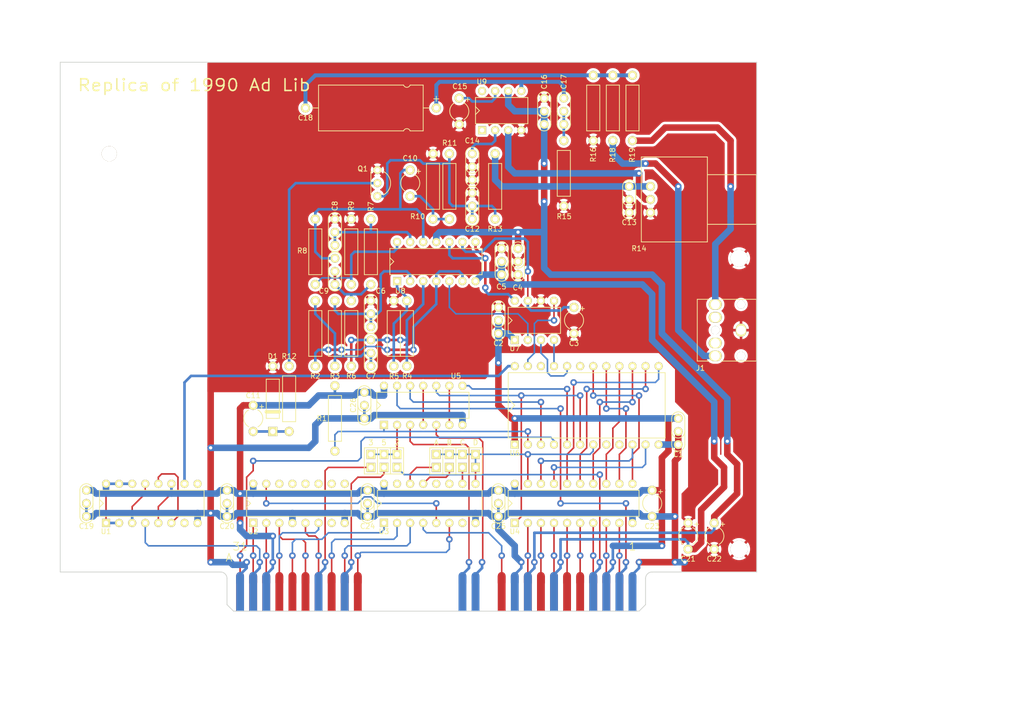
<source format=kicad_pcb>
(kicad_pcb (version 20221018) (generator pcbnew)
  (layers (0 "F.Cu" signal) (31 "B.Cu" signal) (34 "B.Paste" user) (35 "F.Paste" user) (36 "B.SilkS" user "B.Silkscreen") (37 "F.SilkS" user "F.Silkscreen") (38 "B.Mask" user) (39 "F.Mask" user) (44 "Edge.Cuts" user))
  (net 0 "")
  (net 1 "GND")
  (net 2 "VCC")
  (net 3 "/CV")
  (net 4 "+12VA")
  (net 5 "-12VA")
  (net 6 "Net-(C6-Pad2)")
  (net 7 "Net-(C7-Pad2)")
  (net 8 "Net-(C7-Pad1)")
  (net 9 "Net-(C8-Pad2)")
  (net 10 "Net-(C9-Pad2)")
  (net 11 "Net-(C10-Pad1)")
  (net 12 "Net-(C10-Pad2)")
  (net 13 "Net-(C11-Pad2)")
  (net 14 "Net-(C12-Pad2)")
  (net 15 "Net-(C13-Pad1)")
  (net 16 "Net-(C14-Pad1)")
  (net 17 "Net-(C15-Pad1)")
  (net 18 "Net-(C17-Pad2)")
  (net 19 "Net-(C17-Pad1)")
  (net 20 "Net-(C18-Pad2)")
  (net 21 "/IRQ3")
  (net 22 "Net-(P1-Pad2)")
  (net 23 "/IRQ5")
  (net 24 "/IRQ2")
  (net 25 "/0x218")
  (net 26 "/0x388")
  (net 27 "/0x288")
  (net 28 "/0x318")
  (net 29 "Net-(Q1-Pad2)")
  (net 30 "/~{IRQ}")
  (net 31 "Net-(R4-Pad1)")
  (net 32 "Net-(R8-Pad1)")
  (net 33 "Net-(R14-Pad2)")
  (net 34 "Net-(J1-Pad3)")
  (net 35 "Net-(J1-Pad2)")
  (net 36 "/OSC_14M3")
  (net 37 "Net-(U1-Pad12)")
  (net 38 "Net-(U1-Pad7)")
  (net 39 "Net-(U1-Pad9)")
  (net 40 "/MCLK")
  (net 41 "/A1")
  (net 42 "/A2")
  (net 43 "/A5")
  (net 44 "/A6")
  (net 45 "/A3")
  (net 46 "Net-(U2-Pad7)")
  (net 47 "Net-(U2-Pad9)")
  (net 48 "Net-(U2-Pad10)")
  (net 49 "Net-(U2-Pad11)")
  (net 50 "Net-(U2-Pad12)")
  (net 51 "Net-(U2-Pad13)")
  (net 52 "Net-(U2-Pad14)")
  (net 53 "Net-(U2-Pad15)")
  (net 54 "/A4")
  (net 55 "/A7")
  (net 56 "/A8")
  (net 57 "/AEN")
  (net 58 "/A9")
  (net 59 "Net-(U3-Pad7)")
  (net 60 "Net-(U3-Pad11)")
  (net 61 "Net-(U3-Pad12)")
  (net 62 "Net-(U3-Pad15)")
  (net 63 "/~{READ}")
  (net 64 "/D0")
  (net 65 "/D1")
  (net 66 "/D2")
  (net 67 "/D3")
  (net 68 "/D4")
  (net 69 "/D5")
  (net 70 "/D6")
  (net 71 "/DB5")
  (net 72 "/DB4")
  (net 73 "/DB3")
  (net 74 "/DB2")
  (net 75 "/DB1")
  (net 76 "/DB0")
  (net 77 "/D7")
  (net 78 "/DB7")
  (net 79 "/DB6")
  (net 80 "/~{IOR}")
  (net 81 "Net-(U5-Pad11)")
  (net 82 "/~{IOW}")
  (net 83 "Net-(U5-Pad6)")
  (net 84 "/~{WRITE}")
  (net 85 "/~{RESET}")
  (net 86 "/RESET")
  (net 87 "/A0")
  (net 88 "Net-(U6-Pad20)")
  (net 89 "Net-(U6-Pad21)")
  (net 90 "Net-(U6-Pad23)")
  (net 91 "Net-(U7-Pad2)")
  (net 92 "/MP")
  (net 93 "Net-(U9-Pad1)")
  (net 94 "Net-(U9-Pad8)")
  (net 95 "Net-(J1-Pad4)")
  (net 96 "Net-(J1-Pad5)")
  (net 97 "Net-(R2-Pad2)")
  (footprint "adlib:CAP23" (layer "F.Cu") (at 187.96 99.695 90)
    (fp_text reference "C1")
    (fp_text value "0.1uF")
  )
  (footprint "adlib:CAP23" (layer "F.Cu") (at 153.035 78.105 90)
    (fp_text reference "C2")
    (fp_text value "0.1uF")
  )
  (footprint "adlib:CAPAP200" (layer "F.Cu") (at 167.7035 75.565 -90)
    (fp_text reference "C3")
    (fp_text value "10uF")
  )
  (footprint "adlib:CAP23" (layer "F.Cu") (at 156.845 66.675 90)
    (fp_text reference "C4")
    (fp_text value "0.1uF")
  )
  (footprint "adlib:CAP23" (layer "F.Cu") (at 153.67 66.675 90)
    (fp_text reference "C5")
    (fp_text value "0.1uF")
  )
  (footprint "adlib:CAP23" (layer "F.Cu") (at 128.27 76.835 90)
    (fp_text reference "C6")
    (fp_text value "4700pF")
  )
  (footprint "adlib:CAP23" (layer "F.Cu") (at 128.27 84.455 90)
    (fp_text reference "C7")
    (fp_text value "4700pF")
  )
  (footprint "adlib:CAP23" (layer "F.Cu") (at 121.285 60.96 90)
    (fp_text reference "C8")
    (fp_text value "4700pF")
  )
  (footprint "adlib:CAP23" (layer "F.Cu") (at 121.285 68.58 90)
    (fp_text reference "C9")
    (fp_text value "4700pF")
  )
  (footprint "adlib:CAPAP200" (layer "F.Cu") (at 135.89 48.895 -90)
    (fp_text reference "C10")
    (fp_text value "4.7uF")
  )
  (footprint "adlib:CAPAP200" (layer "F.Cu") (at 105.41 94.615 -90)
    (fp_text reference "C11")
    (fp_text value "10uF")
  )
  (footprint "adlib:CAP23" (layer "F.Cu") (at 147.955 55.88 90)
    (fp_text reference "C12")
    (fp_text value "1000pF")
  )
  (footprint "adlib:CAP23" (layer "F.Cu") (at 178.435 54.61 90)
    (fp_text reference "C13")
    (fp_text value "270pF")
  )
  (footprint "adlib:CAP23" (layer "F.Cu") (at 147.955 48.26 90)
    (fp_text reference "C14")
    (fp_text value "0.1uF")
  )
  (footprint "adlib:CAPAP200" (layer "F.Cu") (at 145.415 34.925 -90)
    (fp_text reference "C15")
    (fp_text value "10uF")
  )
  (footprint "adlib:CAP23" (layer "F.Cu") (at 165.735 37.465 90)
    (fp_text reference "C17")
    (fp_text value "0.047uF")
  )
  (footprint "adlib:CAPA1000" (layer "F.Cu") (at 140.97 36.83 180)
    (fp_text reference "C18")
    (fp_text value "10uF")
  )
  (footprint "adlib:CAP23" (layer "F.Cu") (at 73.025 113.665 90)
    (fp_text reference "C19")
    (fp_text value "0.1uF")
  )
  (footprint "adlib:CAP23" (layer "F.Cu") (at 100.33 113.665 90)
    (fp_text reference "C20")
    (fp_text value "0.1uF")
  )
  (footprint "adlib:CAPAP200" (layer "F.Cu") (at 189.865 117.475 -90)
    (fp_text reference "C21")
    (fp_text value "10uF")
  )
  (footprint "adlib:CAPAP200" (layer "F.Cu") (at 194.945 117.475 -90)
    (fp_text reference "C22")
    (fp_text value "10uF")
  )
  (footprint "adlib:CAPAP200" (layer "F.Cu") (at 182.88 111.125 -90)
    (fp_text reference "C23")
    (fp_text value "10uF")
  )
  (footprint "adlib:CAP23" (layer "F.Cu") (at 127.635 113.665 90)
    (fp_text reference "C24")
    (fp_text value "0.1uF")
  )
  (footprint "adlib:CAP23" (layer "F.Cu") (at 153.035 113.665 90)
    (fp_text reference "C25")
    (fp_text value "0.1uF")
  )
  (footprint "adlib:CAP23" (layer "F.Cu") (at 127 94.615 90)
    (fp_text reference "C26")
    (fp_text value "0.1uF")
  )
  (footprint "adlib:DIOA500" (layer "F.Cu") (at 109.22 93.345 90)
    (fp_text reference "D1")
    (fp_text value "D")
  )
  (footprint "adlib:JMP3" (layer "F.Cu") (at 130.81 105.41)
    (fp_text reference "P1" hide)
    (fp_text value "IRQ")
  )
  (footprint "adlib:JMP4" (layer "F.Cu") (at 144.78 105.41)
    (fp_text reference "P2" hide)
    (fp_text value "ADDR")
  )
  (footprint "adlib:TO92-IL" (layer "F.Cu") (at 129.54 48.895 180)
    (fp_text reference "Q1")
    (fp_text value "2N3904")
  )
  (footprint "adlib:RESA500" (layer "F.Cu") (at 121.285 97.155 90)
    (fp_text reference "R1")
    (fp_text value "8.2K")
  )
  (footprint "adlib:RESA500" (layer "F.Cu") (at 117.475 80.645 90)
    (fp_text reference "R2")
    (fp_text value "2.2K")
  )
  (footprint "adlib:RESA500" (layer "F.Cu") (at 121.285 80.645 90)
    (fp_text reference "R3")
    (fp_text value "2.2K")
  )
  (footprint "adlib:RESA500" (layer "F.Cu") (at 135.255 80.645 90)
    (fp_text reference "R4")
    (fp_text value "12K")
  )
  (footprint "adlib:RESA500" (layer "F.Cu") (at 132.715 80.645 90)
    (fp_text reference "R5")
    (fp_text value "10K")
  )
  (footprint "adlib:RESA500" (layer "F.Cu") (at 124.46 80.645 90)
    (fp_text reference "R6")
    (fp_text value "2.2K")
  )
  (footprint "adlib:RESA500" (layer "F.Cu") (at 128.27 64.77 90)
    (fp_text reference "R7")
    (fp_text value "2.2K")
  )
  (footprint "adlib:RESA500" (layer "F.Cu") (at 117.475 64.77 -90)
    (fp_text reference "R8")
    (fp_text value "1.5K")
  )
  (footprint "adlib:RESA500" (layer "F.Cu") (at 124.46 64.77 90)
    (fp_text reference "R9")
    (fp_text value "10K")
  )
  (footprint "adlib:RESA500" (layer "F.Cu") (at 140.335 52.07 90)
    (fp_text reference "R10")
    (fp_text value "10K")
  )
  (footprint "adlib:RESA500" (layer "F.Cu") (at 143.51 52.07 90)
    (fp_text reference "R11")
    (fp_text value "2.2K")
  )
  (footprint "adlib:RESA500" (layer "F.Cu") (at 112.395 93.345 90)
    (fp_text reference "R12")
    (fp_text value "2.2K")
  )
  (footprint "adlib:RESA500" (layer "F.Cu") (at 152.4 52.07 90)
    (fp_text reference "R13")
    (fp_text value "8.2K")
  )
  (footprint "adlib:RESV_BOURNS_91A1A" (layer "F.Cu") (at 182.5625 54.61)
    (fp_text reference "R14")
    (fp_text value "POT")
  )
  (footprint "adlib:RESA500" (layer "F.Cu") (at 165.735 49.53 90)
    (fp_text reference "R15")
    (fp_text value "10")
  )
  (footprint "adlib:RESA500" (layer "F.Cu") (at 171.45 36.83 90)
    (fp_text reference "R16")
    (fp_text value "10K")
  )
  (footprint "adlib:RESA500" (layer "F.Cu") (at 175.26 36.83 -90)
    (fp_text reference "R18")
    (fp_text value "10")
  )
  (footprint "adlib:RESA500" (layer "F.Cu") (at 179.07 36.83 -90)
    (fp_text reference "R19")
    (fp_text value "10")
  )
  (footprint "adlib:DIP300_16N" (layer "F.Cu") (at 76.835 117.475)
    (fp_text reference "U1")
    (fp_text value "74LS109")
  )
  (footprint "adlib:DIP300_16N" (layer "F.Cu") (at 105.41 117.475)
    (fp_text reference "U2")
    (fp_text value "74LS138")
  )
  (footprint "adlib:DIP300_16N" (layer "F.Cu") (at 130.81 117.475)
    (fp_text reference "U3")
    (fp_text value "74LS138")
  )
  (footprint "adlib:DIP300_20N" (layer "F.Cu") (at 156.21 117.475)
    (fp_text reference "U4")
    (fp_text value "74LS245")
  )
  (footprint "adlib:DIP300_14N" (layer "F.Cu") (at 130.81 98.425)
    (fp_text reference "U5")
    (fp_text value "74LS04")
  )
  (footprint "adlib:DIP600_24N" (layer "F.Cu") (at 156.21 102.235)
    (fp_text reference "U6")
    (fp_text value "YM3812")
  )
  (footprint "adlib:DIP300_8N" (layer "F.Cu") (at 156.21 81.915)
    (fp_text reference "U7")
    (fp_text value "YM3014B")
  )
  (footprint "adlib:DIP300_14N" (layer "F.Cu") (at 133.35 70.485)
    (fp_text reference "U8")
    (fp_text value "RC4136")
  )
  (footprint "adlib:DIP300_8N" (layer "F.Cu") (at 149.86 41.148)
    (fp_text reference "U9")
    (fp_text value "LM386N")
  )
  (footprint "adlib:BUS_PC_ADLIB" (layer "F.Cu") (at 140.97 130.81)
    (fp_text reference "BUS1" hide)
    (fp_text value "BUSPC")
  )
  (footprint "adlib:JACK_CUI_SJ1-3553NG" (layer "F.Cu") (at 195.152 80.01 180)
    (fp_text reference "J1")
    (fp_text value "CONN_01X05")
  )
  (footprint "adlib:CAP23" (layer "F.Cu") (at 161.925 37.465 90)
    (fp_text reference "C16")
    (fp_text value "0.1uF")
  )
  (footprint "adlib:MNT_KEYSTONE_9202" (layer "F.Cu") (at 199.771 66.04)
    (fp_text reference "MNT1" hide)
    (fp_text value "CONN_01X01" hide)
  )
  (footprint "adlib:MNT_SPARE" (layer "F.Cu") (at 77.47 45.72)
    (fp_text reference "REF**" hide)
    (fp_text value "MNT_SPARE" hide)
  )
  (gr_arc (start 99.06 127) (mid 99.958026 127.371974) (end 100.33 128.27) (stroke (width 0.15)) (layer "Edge.Cuts"))
  (gr_arc (start 181.61 128.27) (mid 181.981974 127.371974) (end 182.88 127) (stroke (width 0.15)) (layer "Edge.Cuts"))
  (gr_line (start 203.2 27.94) (end 203.2 127) (stroke (width 0.15)) (layer "Edge.Cuts"))
  (gr_line (start 101.6 134.62) (end 180.34 134.62) (stroke (width 0.15)) (layer "Edge.Cuts"))
  (gr_line (start 180.34 134.62) (end 181.61 133.35) (stroke (width 0.15)) (layer "Edge.Cuts"))
  (gr_line (start 99.06 127) (end 67.945 127) (stroke (width 0.15)) (layer "Edge.Cuts"))
  (gr_line (start 100.33 133.35) (end 101.6 134.62) (stroke (width 0.15)) (layer "Edge.Cuts"))
  (gr_line (start 100.33 128.27) (end 100.33 133.35) (stroke (width 0.15)) (layer "Edge.Cuts"))
  (gr_line (start 67.945 127) (end 67.945 27.94) (stroke (width 0.15)) (layer "Edge.Cuts"))
  (gr_line (start 181.61 133.35) (end 181.61 128.27) (stroke (width 0.15)) (layer "Edge.Cuts"))
  (gr_line (start 67.945 27.94) (end 203.2 27.94) (stroke (width 0.15)) (layer "Edge.Cuts"))
  (gr_line (start 203.2 127) (end 182.88 127) (stroke (width 0.15)) (layer "Edge.Cuts"))
  (gr_text "5" (at 130.81 101.854) (layer "F.SilkS") (effects (font (size 1.016 1.016) (thickness 0.1524))))
  (gr_text "2" (at 133.35 101.854) (layer "F.SilkS") (effects (font (size 1.016 1.016) (thickness 0.1524))))
  (gr_text "A" (at 140.97 101.854) (layer "F.SilkS") (effects (font (size 1.016 1.016) (thickness 0.1524))))
  (gr_text "B" (at 143.51 101.854) (layer "F.SilkS") (effects (font (size 1.016 1.016) (thickness 0.1524))))
  (gr_text "C" (at 146.05 101.854) (layer "F.SilkS") (effects (font (size 1.016 1.016) (thickness 0.1524))))
  (gr_text "D" (at 148.59 101.854) (layer "F.SilkS") (effects (font (size 1.016 1.016) (thickness 0.1524))))
  (gr_text "1" (at 179.07 122.047) (layer "F.SilkS") (effects (font (size 1.524 1.524) (thickness 0.1524))))
  (gr_text "31" (at 102.87 122.047) (layer "F.SilkS") (effects (font (size 1.524 1.524) (thickness 0.1524))))
  (gr_text "A" (at 100.711 124.206) (layer "F.SilkS") (effects (font (size 1.524 1.524) (thickness 0.1524))))
  (gr_text "3" (at 128.27 101.854) (layer "F.SilkS") (effects (font (size 1.016 1.016) (thickness 0.1524))))
  (gr_text "Replica of 1990 Ad Lib" (at 71.12 32.385) (layer "F.SilkS") (effects (font (size 2.286 2.54) (thickness 0.3)) (justify left)))
  (segment (start 97.155 125.095) (end 97.155 115.57) (width 1.27) (layer "F.Cu") (net 1))
  (segment (start 187.325 105.41) (end 187.96 104.775) (width 1.27) (layer "F.Cu") (net 1))
  (segment (start 97.155 102.87) (end 97.155 89.535) (width 1.27) (layer "F.Cu") (net 1))
  (segment (start 187.96 102.235) (end 187.96 99.695) (width 1.27) (layer "F.Cu") (net 1))
  (segment (start 187.325 116.205) (end 187.325 105.41) (width 1.27) (layer "F.Cu") (net 1))
  (segment (start 187.325 125.095) (end 187.325 116.205) (width 1.27) (layer "F.Cu") (net 1))
  (segment (start 81.915 114.3) (end 84.455 111.76) (width 0.3048) (layer "F.Cu") (net 1))
  (segment (start 84.455 111.76) (end 84.455 109.855) (width 0.3048) (layer "F.Cu") (net 1))
  (segment (start 187.96 104.775) (end 187.96 102.235) (width 1.27) (layer "F.Cu") (net 1))
  (segment (start 97.155 115.57) (end 97.155 102.87) (width 1.27) (layer "F.Cu") (net 1))
  (segment (start 180.34 125.095) (end 187.325 125.095) (width 1.27) (layer "F.Cu") (net 1))
  (segment (start 81.915 117.475) (end 81.915 114.3) (width 0.3048) (layer "F.Cu") (net 1))
  (via (at 97.155 125.095) (size 1.27) (drill 0.635) (layers "F.Cu" "B.Cu") (net 1))
  (via (at 97.155 102.87) (size 1.27) (drill 0.635) (layers "F.Cu" "B.Cu") (net 1))
  (via (at 97.155 115.57) (size 1.27) (drill 0.635) (layers "F.Cu" "B.Cu") (net 1))
  (via (at 180.34 125.095) (size 1.27) (drill 0.635) (layers "F.Cu" "B.Cu") (net 1))
  (via (at 189.23 125.095) (size 1.27) (drill 0.635) (layers "F.Cu" "B.Cu") (net 1))
  (via (at 157.48 125.095) (size 1.27) (drill 0.635) (layers "F.Cu" "B.Cu") (net 1))
  (via (at 104.14 125.095) (size 1.27) (drill 0.635) (layers "F.Cu" "B.Cu") (net 1))
  (via (at 187.325 116.205) (size 1.27) (drill 0.635) (layers "F.Cu" "B.Cu") (net 1))
  (via (at 187.325 125.095) (size 1.27) (drill 0.635) (layers "F.Cu" "B.Cu") (net 1))
  (segment (start 74.93 115.57) (end 74.295 116.205) (width 1.27) (layer "B.Cu") (net 1))
  (segment (start 94.615 115.57) (end 97.155 115.57) (width 1.27) (layer "B.Cu") (net 1))
  (segment (start 102.87 127.508) (end 104.14 126.238) (width 0.508) (layer "B.Cu") (net 1))
  (segment (start 116.205 102.87) (end 97.155 102.87) (width 1.27) (layer "B.Cu") (net 1))
  (segment (start 101.473 125.603) (end 100.965 125.095) (width 1.27) (layer "B.Cu") (net 1))
  (segment (start 125.73 115.57) (end 123.19 115.57) (width 1.27) (layer "B.Cu") (net 1))
  (segment (start 179.07 131.191) (end 179.07 127.508) (width 0.508) (layer "B.Cu") (net 1))
  (segment (start 126.365 116.205) (end 125.73 115.57) (width 1.27) (layer "B.Cu") (net 1))
  (segment (start 153.035 116.205) (end 153.035 118.745) (width 1.27) (layer "B.Cu") (net 1))
  (segment (start 153.035 116.205) (end 151.765 116.205) (width 1.27) (layer "B.Cu") (net 1))
  (segment (start 99.06 116.205) (end 98.425 115.57) (width 1.27) (layer "B.Cu") (net 1))
  (segment (start 103.632 125.603) (end 101.473 125.603) (width 1.27) (layer "B.Cu") (net 1))
  (segment (start 187.325 116.205) (end 182.88 116.205) (width 1.27) (layer "B.Cu") (net 1))
  (segment (start 123.19 115.57) (end 113.03 115.57) (width 1.27) (layer "B.Cu") (net 1))
  (segment (start 100.33 113.665) (end 100.33 116.205) (width 0.508) (layer "B.Cu") (net 1))
  (segment (start 184.15 102.235) (end 187.96 102.235) (width 1.27) (layer "B.Cu") (net 1))
  (segment (start 156.21 123.825) (end 157.48 125.095) (width 1.27) (layer "B.Cu") (net 1))
  (segment (start 104.14 125.984) (end 104.14 125.095) (width 0.508) (layer "B.Cu") (net 1))
  (segment (start 179.07 117.475) (end 179.07 115.57) (width 1.27) (layer "B.Cu") (net 1))
  (segment (start 187.325 125.095) (end 189.23 125.095) (width 1.27) (layer "B.Cu") (net 1))
  (segment (start 154.305 116.205) (end 153.035 116.205) (width 1.27) (layer "B.Cu") (net 1))
  (segment (start 146.05 96.52) (end 128.905 96.52) (width 1.27) (layer "B.Cu") (net 1))
  (segment (start 179.07 127.508) (end 180.34 126.238) (width 0.508) (layer "B.Cu") (net 1))
  (segment (start 123.19 117.475) (end 123.19 115.57) (width 1.27) (layer "B.Cu") (net 1))
  (segment (start 127 97.155) (end 118.745 97.155) (width 1.27) (layer "B.Cu") (net 1))
  (segment (start 113.03 117.475) (end 113.03 115.57) (width 1.27) (layer "B.Cu") (net 1))
  (segment (start 81.915 115.57) (end 74.93 115.57) (width 1.27) (layer "B.Cu") (net 1))
  (segment (start 104.14 125.095) (end 103.632 125.603) (width 1.27) (layer "B.Cu") (net 1))
  (segment (start 179.07 115.57) (end 154.94 115.57) (width 1.27) (layer "B.Cu") (net 1))
  (segment (start 104.14 126.238) (end 104.14 125.984) (width 0.508) (layer "B.Cu") (net 1))
  (segment (start 128.27 97.155) (end 127 97.155) (width 1.27) (layer "B.Cu") (net 1))
  (segment (start 117.475 98.425) (end 117.475 101.6) (width 1.27) (layer "B.Cu") (net 1))
  (segment (start 180.34 115.57) (end 179.07 115.57) (width 1.27) (layer "B.Cu") (net 1))
  (segment (start 146.05 98.425) (end 146.05 96.52) (width 1.27) (layer "B.Cu") (net 1))
  (segment (start 180.975 116.205) (end 180.34 115.57) (width 1.27) (layer "B.Cu") (net 1))
  (segment (start 151.765 116.205) (end 151.13 115.57) (width 1.27) (layer "B.Cu") (net 1))
  (segment (start 118.745 97.155) (end 117.475 98.425) (width 1.27) (layer "B.Cu") (net 1))
  (segment (start 94.615 117.475) (end 94.615 115.57) (width 1.27) (layer "B.Cu") (net 1))
  (segment (start 128.905 116.205) (end 127.635 116.205) (width 1.27) (layer "B.Cu") (net 1))
  (segment (start 127.635 113.665) (end 127.635 116.205) (width 0.508) (layer "B.Cu") (net 1))
  (segment (start 74.295 116.205) (end 73.025 116.205) (width 1.27) (layer "B.Cu") (net 1))
  (segment (start 94.615 115.57) (end 81.915 115.57) (width 1.27) (layer "B.Cu") (net 1))
  (segment (start 98.425 115.57) (end 97.155 115.57) (width 1.27) (layer "B.Cu") (net 1))
  (segment (start 81.915 117.475) (end 81.915 115.57) (width 0.508) (layer "B.Cu") (net 1))
  (segment (start 180.34 126.238) (end 180.34 125.095) (width 0.508) (layer "B.Cu") (net 1))
  (segment (start 153.035 118.745) (end 156.21 121.92) (width 1.27) (layer "B.Cu") (net 1))
  (segment (start 153.035 113.665) (end 153.035 116.205) (width 0.508) (layer "B.Cu") (net 1))
  (segment (start 156.21 127.508) (end 157.48 126.238) (width 0.508) (layer "B.Cu") (net 1))
  (segment (start 102.235 115.57) (end 101.6 116.205) (width 1.27) (layer "B.Cu") (net 1))
  (segment (start 113.03 115.57) (end 102.235 115.57) (width 1.27) (layer "B.Cu") (net 1))
  (segment (start 148.59 117.475) (end 148.59 115.57) (width 1.27) (layer "B.Cu") (net 1))
  (segment (start 151.13 115.57) (end 148.59 115.57) (width 1.27) (layer "B.Cu") (net 1))
  (segment (start 117.475 101.6) (end 116.205 102.87) (width 1.27) (layer "B.Cu") (net 1))
  (segment (start 156.21 121.92) (end 156.21 123.825) (width 1.27) (layer "B.Cu") (net 1))
  (segment (start 102.87 131.191) (end 102.87 127.508) (width 0.508) (layer "B.Cu") (net 1))
  (segment (start 156.21 131.191) (end 156.21 127.508) (width 0.508) (layer "B.Cu") (net 1))
  (segment (start 127.635 116.205) (end 126.365 116.205) (width 1.27) (layer "B.Cu") (net 1))
  (segment (start 157.48 126.238) (end 157.48 125.095) (width 0.508) (layer "B.Cu") (net 1))
  (segment (start 127 94.615) (end 127 97.155) (width 0.508) (layer "B.Cu") (net 1))
  (segment (start 154.94 115.57) (end 154.305 116.205) (width 1.27) (layer "B.Cu") (net 1))
  (segment (start 100.33 116.205) (end 99.06 116.205) (width 1.27) (layer "B.Cu") (net 1))
  (segment (start 129.54 115.57) (end 128.905 116.205) (width 1.27) (layer "B.Cu") (net 1))
  (segment (start 100.965 125.095) (end 97.155 125.095) (width 1.27) (layer "B.Cu") (net 1))
  (segment (start 101.6 116.205) (end 100.33 116.205) (width 1.27) (layer "B.Cu") (net 1))
  (segment (start 182.88 116.205) (end 180.975 116.205) (width 1.27) (layer "B.Cu") (net 1))
  (segment (start 148.59 115.57) (end 129.54 115.57) (width 1.27) (layer "B.Cu") (net 1))
  (segment (start 73.025 113.665) (end 73.025 116.205) (width 0.508) (layer "B.Cu") (net 1))
  (segment (start 128.905 96.52) (end 128.27 97.155) (width 1.27) (layer "B.Cu") (net 1))
  (segment (start 102.87 95.25) (end 102.87 111.76) (width 1.27) (layer "F.Cu") (net 2))
  (segment (start 103.505 94.615) (end 102.87 95.25) (width 1.27) (layer "F.Cu") (net 2))
  (segment (start 153.035 94.615) (end 153.035 86.36) (width 1.27) (layer "F.Cu") (net 2))
  (segment (start 156.21 102.235) (end 156.21 97.155) (width 1.27) (layer "F.Cu") (net 2))
  (segment (start 155.575 97.155) (end 153.035 94.615) (width 1.27) (layer "F.Cu") (net 2))
  (segment (start 186.055 103.505) (end 186.055 97.79) (width 1.27) (layer "F.Cu") (net 2))
  (segment (start 76.835 115.57) (end 76.835 117.475) (width 0.3048) (layer "F.Cu") (net 2))
  (segment (start 184.785 121.92) (end 184.785 111.125) (width 1.27) (layer "F.Cu") (net 2))
  (segment (start 105.41 94.615) (end 103.505 94.615) (width 1.27) (layer "F.Cu") (net 2))
  (segment (start 186.055 97.79) (end 186.69 97.155) (width 1.27) (layer "F.Cu") (net 2))
  (segment (start 184.785 111.125) (end 184.785 104.775) (width 1.27) (layer "F.Cu") (net 2))
  (segment (start 182.88 111.125) (end 184.785 111.125) (width 1.27) (layer "F.Cu") (net 2))
  (segment (start 76.835 109.855) (end 76.835 115.57) (width 0.3048) (layer "F.Cu") (net 2))
  (segment (start 156.21 97.155) (end 155.575 97.155) (width 1.27) (layer "F.Cu") (net 2))
  (segment (start 89.535 111.76) (end 89.535 109.855) (width 0.3048) (layer "F.Cu") (net 2))
  (segment (start 86.995 114.3) (end 89.535 111.76) (width 0.3048) (layer "F.Cu") (net 2))
  (segment (start 184.785 104.775) (end 186.055 103.505) (width 1.27) (layer "F.Cu") (net 2))
  (segment (start 186.69 97.155) (end 187.96 97.155) (width 1.27) (layer "F.Cu") (net 2))
  (segment (start 102.87 111.76) (end 102.87 117.475) (width 1.27) (layer "F.Cu") (net 2))
  (segment (start 86.995 117.475) (end 86.995 114.3) (width 0.3048) (layer "F.Cu") (net 2))
  (via (at 175.26 125.095) (size 1.27) (drill 0.635) (layers "F.Cu" "B.Cu") (net 2))
  (via (at 109.22 120.015) (size 1.27) (drill 0.635) (layers "F.Cu" "B.Cu") (net 2))
  (via (at 109.22 125.095) (size 1.27) (drill 0.635) (layers "F.Cu" "B.Cu") (net 2))
  (via (at 102.87 111.76) (size 1.27) (drill 0.635) (layers "F.Cu" "B.Cu") (net 2))
  (via (at 156.21 97.155) (size 1.27) (drill 0.635) (layers "F.Cu" "B.Cu") (net 2))
  (via (at 184.785 121.92) (size 1.27) (drill 0.635) (layers "F.Cu" "B.Cu") (net 2))
  (via (at 153.035 86.36) (size 1.27) (drill 0.635) (layers "F.Cu" "B.Cu") (net 2))
  (via (at 102.87 117.475) (size 1.27) (drill 0.635) (layers "F.Cu" "B.Cu") (net 2))
  (segment (start 151.13 111.76) (end 130.81 111.76) (width 1.27) (layer "B.Cu") (net 2))
  (segment (start 100.33 111.125) (end 99.06 111.125) (width 1.27) (layer "B.Cu") (net 2))
  (segment (start 125.73 92.075) (end 125.095 92.71) (width 1.27) (layer "B.Cu") (net 2))
  (segment (start 89.535 109.855) (end 89.535 111.76) (width 0.508) (layer "B.Cu") (net 2))
  (segment (start 76.835 117.475) (end 79.375 117.475) (width 0.508) (layer "B.Cu") (net 2))
  (segment (start 127.635 111.125) (end 126.365 111.125) (width 1.27) (layer "B.Cu") (net 2))
  (segment (start 173.99 131.191) (end 173.99 127.508) (width 0.508) (layer "B.Cu") (net 2))
  (segment (start 76.835 109.855) (end 76.835 111.76) (width 1.27) (layer "B.Cu") (net 2))
  (segment (start 126.365 111.125) (end 125.73 111.76) (width 1.27) (layer "B.Cu") (net 2))
  (segment (start 102.87 118.745) (end 104.14 120.015) (width 1.27) (layer "B.Cu") (net 2))
  (segment (start 156.21 111.76) (end 154.94 111.76) (width 1.27) (layer "B.Cu") (net 2))
  (segment (start 154.94 111.76) (end 154.305 111.125) (width 1.27) (layer "B.Cu") (net 2))
  (segment (start 175.895 121.92) (end 175.26 121.92) (width 1.27) (layer "B.Cu") (net 2))
  (segment (start 74.93 111.76) (end 74.295 111.125) (width 1.27) (layer "B.Cu") (net 2))
  (segment (start 102.235 111.76) (end 102.87 111.76) (width 1.27) (layer "B.Cu") (net 2))
  (segment (start 128.905 111.125) (end 127.635 111.125) (width 1.27) (layer "B.Cu") (net 2))
  (segment (start 121.285 92.71) (end 118.11 92.71) (width 1.27) (layer "B.Cu") (net 2))
  (segment (start 128.905 92.71) (end 128.27 92.075) (width 1.27) (layer "B.Cu") (net 2))
  (segment (start 182.88 111.125) (end 180.975 111.125) (width 1.27) (layer "B.Cu") (net 2))
  (segment (start 98.425 111.76) (end 89.535 111.76) (width 1.27) (layer "B.Cu") (net 2))
  (segment (start 173.99 127.508) (end 175.26 126.238) (width 0.508) (layer "B.Cu") (net 2))
  (segment (start 109.22 120.015) (end 109.22 125.095) (width 0.508) (layer "B.Cu") (net 2))
  (segment (start 154.94 80.645) (end 153.035 80.645) (width 1.27) (layer "B.Cu") (net 2))
  (segment (start 175.26 126.238) (end 175.26 125.095) (width 0.508) (layer "B.Cu") (net 2))
  (segment (start 184.785 121.92) (end 175.895 121.92) (width 1.27) (layer "B.Cu") (net 2))
  (segment (start 153.035 111.125) (end 151.765 111.125) (width 1.27) (layer "B.Cu") (net 2))
  (segment (start 153.035 86.36) (end 153.035 80.645) (width 1.27) (layer "B.Cu") (net 2))
  (segment (start 151.765 111.125) (end 151.13 111.76) (width 1.27) (layer "B.Cu") (net 2))
  (segment (start 99.06 111.125) (end 98.425 111.76) (width 1.27) (layer "B.Cu") (net 2))
  (segment (start 89.535 111.76) (end 76.835 111.76) (width 1.27) (layer "B.Cu") (net 2))
  (segment (start 74.295 111.125) (end 73.025 111.125) (width 1.27) (layer "B.Cu") (net 2))
  (segment (start 109.22 126.238) (end 109.22 125.095) (width 0.508) (layer "B.Cu") (net 2))
  (segment (start 104.14 120.015) (end 109.22 120.015) (width 1.27) (layer "B.Cu") (net 2))
  (segment (start 105.41 111.76) (end 102.87 111.76) (width 1.27) (layer "B.Cu") (net 2))
  (segment (start 156.21 81.915) (end 154.94 80.645) (width 1.27) (layer "B.Cu") (net 2))
  (segment (start 128.27 92.075) (end 127 92.075) (width 1.27) (layer "B.Cu") (net 2))
  (segment (start 107.95 131.191) (end 107.95 127.508) (width 0.508) (layer "B.Cu") (net 2))
  (segment (start 129.54 111.76) (end 128.905 111.125) (width 1.27) (layer "B.Cu") (net 2))
  (segment (start 102.87 117.475) (end 102.87 118.745) (width 1.27) (layer "B.Cu") (net 2))
  (segment (start 116.205 94.615) (end 105.41 94.615) (width 1.27) (layer "B.Cu") (net 2))
  (segment (start 180.34 111.76) (end 156.21 111.76) (width 1.27) (layer "B.Cu") (net 2))
  (segment (start 100.33 111.125) (end 101.6 111.125) (width 1.27) (layer "B.Cu") (net 2))
  (segment (start 130.81 92.71) (end 128.905 92.71) (width 1.27) (layer "B.Cu") (net 2))
  (segment (start 175.26 125.095) (end 175.26 121.92) (width 0.508) (layer "B.Cu") (net 2))
  (segment (start 118.11 92.71) (end 116.205 94.615) (width 1.27) (layer "B.Cu") (net 2))
  (segment (start 127 92.075) (end 125.73 92.075) (width 1.27) (layer "B.Cu") (net 2))
  (segment (start 130.81 111.76) (end 129.54 111.76) (width 1.27) (layer "B.Cu") (net 2))
  (segment (start 105.41 109.855) (end 105.41 111.76) (width 1.27) (layer "B.Cu") (net 2))
  (segment (start 107.95 127.508) (end 109.22 126.238) (width 0.508) (layer "B.Cu") (net 2))
  (segment (start 79.375 109.855) (end 81.915 109.855) (width 0.508) (layer "B.Cu") (net 2))
  (segment (start 125.73 111.76) (end 105.41 111.76) (width 1.27) (layer "B.Cu") (net 2))
  (segment (start 76.835 111.76) (end 74.93 111.76) (width 1.27) (layer "B.Cu") (net 2))
  (segment (start 187.96 97.155) (end 156.21 97.155) (width 1.27) (layer "B.Cu") (net 2))
  (segment (start 101.6 111.125) (end 102.235 111.76) (width 1.27) (layer "B.Cu") (net 2))
  (segment (start 154.305 111.125) (end 153.035 111.125) (width 1.27) (layer "B.Cu") (net 2))
  (segment (start 156.21 109.855) (end 156.21 111.76) (width 1.27) (layer "B.Cu") (net 2))
  (segment (start 153.035 78.105) (end 153.035 80.645) (width 1.27) (layer "B.Cu") (net 2))
  (segment (start 76.835 109.855) (end 79.375 109.855) (width 0.508) (layer "B.Cu") (net 2))
  (segment (start 180.975 111.125) (end 180.34 111.76) (width 1.27) (layer "B.Cu") (net 2))
  (segment (start 130.81 90.805) (end 130.81 92.71) (width 1.27) (layer "B.Cu") (net 2))
  (segment (start 130.81 109.855) (end 130.81 111.76) (width 1.27) (layer "B.Cu") (net 2))
  (segment (start 125.095 92.71) (end 121.285 92.71) (width 1.27) (layer "B.Cu") (net 2))
  (segment (start 121.285 90.805) (end 121.285 92.71) (width 0.508) (layer "B.Cu") (net 2))
  (segment (start 158.75 74.295) (end 158.75 68.58) (width 0.3048) (layer "F.Cu") (net 3))
  (via (at 158.75 68.58) (size 1.27) (drill 0.635) (layers "F.Cu" "B.Cu") (net 3))
  (segment (start 158.75 74.295) (end 158.75 75.565) (width 0.508) (layer "B.Cu") (net 3))
  (segment (start 165.735 75.565) (end 167.7035 75.565) (width 0.508) (layer "B.Cu") (net 3))
  (segment (start 158.115 62.23) (end 152.4 62.23) (width 0.508) (layer "B.Cu") (net 3))
  (segment (start 146.685 64.77) (end 146.05 64.135) (width 0.508) (layer "B.Cu") (net 3))
  (segment (start 165.1 76.2) (end 165.735 75.565) (width 0.508) (layer "B.Cu") (net 3))
  (segment (start 158.75 75.565) (end 159.385 76.2) (width 0.508) (layer "B.Cu") (net 3))
  (segment (start 159.385 76.2) (end 165.1 76.2) (width 0.508) (layer "B.Cu") (net 3))
  (segment (start 158.75 68.58) (end 158.75 62.865) (width 0.508) (layer "B.Cu") (net 3))
  (segment (start 152.4 62.23) (end 149.86 64.77) (width 0.508) (layer "B.Cu") (net 3))
  (segment (start 158.75 62.865) (end 158.115 62.23) (width 0.508) (layer "B.Cu") (net 3))
  (segment (start 149.86 64.77) (end 146.685 64.77) (width 0.508) (layer "B.Cu") (net 3))
  (segment (start 146.05 64.135) (end 146.05 62.865) (width 0.508) (layer "B.Cu") (net 3))
  (segment (start 199.39 111.125) (end 199.39 106.045) (width 1.27) (layer "F.Cu") (net 4))
  (segment (start 199.39 111.125) (end 199.39 111.76) (width 1.27) (layer "F.Cu") (net 4))
  (segment (start 156.845 60.96) (end 156.845 64.135) (width 1.27) (layer "F.Cu") (net 4))
  (segment (start 199.39 111.76) (end 194.945 116.205) (width 1.27) (layer "F.Cu") (net 4))
  (segment (start 194.945 116.205) (end 194.945 117.475) (width 1.27) (layer "F.Cu") (net 4))
  (segment (start 197.485 104.14) (end 197.485 101.6) (width 1.27) (layer "F.Cu") (net 4))
  (segment (start 161.925 54.991) (end 161.925 47.625) (width 1.27) (layer "F.Cu") (net 4))
  (segment (start 199.39 106.045) (end 197.485 104.14) (width 1.27) (layer "F.Cu") (net 4))
  (via (at 156.845 60.96) (size 1.27) (drill 0.635) (layers "F.Cu" "B.Cu") (net 4))
  (via (at 197.485 101.6) (size 1.27) (drill 0.635) (layers "F.Cu" "B.Cu") (net 4))
  (via (at 161.925 54.991) (size 1.27) (drill 0.635) (layers "F.Cu" "B.Cu") (net 4))
  (via (at 161.925 47.625) (size 1.27) (drill 0.635) (layers "F.Cu" "B.Cu") (net 4))
  (via (at 160.02 125.095) (size 1.27) (drill 0.635) (layers "F.Cu" "B.Cu") (net 4))
  (segment (start 194.31 119.38) (end 194.945 118.745) (width 0.508) (layer "B.Cu") (net 4))
  (segment (start 197.485 93.345) (end 197.485 101.6) (width 1.27) (layer "B.Cu") (net 4))
  (segment (start 184.785 71.12) (end 184.785 80.645) (width 1.27) (layer "B.Cu") (net 4))
  (segment (start 140.97 61.595) (end 141.605 60.96) (width 1.27) (layer "B.Cu") (net 4))
  (segment (start 161.925 40.005) (end 161.925 37.465) (width 1.27) (layer "B.Cu") (net 4))
  (segment (start 141.605 60.96) (end 156.845 60.96) (width 1.27) (layer "B.Cu") (net 4))
  (segment (start 161.925 47.625) (end 161.925 40.005) (width 1.27) (layer "B.Cu") (net 4))
  (segment (start 160.02 125.095) (end 160.02 119.38) (width 0.508) (layer "B.Cu") (net 4))
  (segment (start 182.88 69.215) (end 184.785 71.12) (width 1.27) (layer "B.Cu") (net 4))
  (segment (start 184.785 80.645) (end 197.485 93.345) (width 1.27) (layer "B.Cu") (net 4))
  (segment (start 156.21 37.465) (end 154.94 36.195) (width 1.27) (layer "B.Cu") (net 4))
  (segment (start 160.02 126.238) (end 160.02 125.095) (width 0.508) (layer "B.Cu") (net 4))
  (segment (start 154.94 36.195) (end 154.94 33.528) (width 1.27) (layer "B.Cu") (net 4))
  (segment (start 158.75 127.508) (end 160.02 126.238) (width 0.508) (layer "B.Cu") (net 4))
  (segment (start 140.97 62.865) (end 140.97 61.595) (width 1.27) (layer "B.Cu") (net 4))
  (segment (start 161.925 67.945) (end 163.195 69.215) (width 1.27) (layer "B.Cu") (net 4))
  (segment (start 163.195 69.215) (end 182.88 69.215) (width 1.27) (layer "B.Cu") (net 4))
  (segment (start 161.925 37.465) (end 156.21 37.465) (width 1.27) (layer "B.Cu") (net 4))
  (segment (start 158.75 131.191) (end 158.75 127.508) (width 0.508) (layer "B.Cu") (net 4))
  (segment (start 156.845 60.96) (end 161.925 60.96) (width 1.27) (layer "B.Cu") (net 4))
  (segment (start 194.945 118.745) (end 194.945 117.475) (width 0.508) (layer "B.Cu") (net 4))
  (segment (start 161.925 60.96) (end 161.925 67.945) (width 1.27) (layer "B.Cu") (net 4))
  (segment (start 161.925 60.96) (end 161.925 54.991) (width 1.27) (layer "B.Cu") (net 4))
  (segment (start 160.02 119.38) (end 194.31 119.38) (width 0.508) (layer "B.Cu") (net 4))
  (segment (start 194.945 104.775) (end 194.945 101.6) (width 1.27) (layer "F.Cu") (net 5))
  (segment (start 192.405 114.935) (end 192.405 121.285) (width 1.27) (layer "F.Cu") (net 5))
  (segment (start 192.405 121.285) (end 191.135 122.555) (width 1.27) (layer "F.Cu") (net 5))
  (segment (start 196.85 110.49) (end 192.405 114.935) (width 1.27) (layer "F.Cu") (net 5))
  (segment (start 191.135 122.555) (end 189.865 122.555) (width 1.27) (layer "F.Cu") (net 5))
  (segment (start 196.85 106.68) (end 194.945 104.775) (width 1.27) (layer "F.Cu") (net 5))
  (segment (start 196.85 110.49) (end 196.85 106.68) (width 1.27) (layer "F.Cu") (net 5))
  (via (at 165.1 125.095) (size 1.27) (drill 0.635) (layers "F.Cu" "B.Cu") (net 5))
  (via (at 194.945 101.6) (size 1.27) (drill 0.635) (layers "F.Cu" "B.Cu") (net 5))
  (segment (start 165.1 120.65) (end 165.1 125.095) (width 0.508) (layer "B.Cu") (net 5))
  (segment (start 189.865 121.285) (end 189.865 122.555) (width 0.508) (layer "B.Cu") (net 5))
  (segment (start 189.23 120.65) (end 165.1 120.65) (width 0.508) (layer "B.Cu") (net 5))
  (segment (start 165.1 126.238) (end 165.1 125.095) (width 0.508) (layer "B.Cu") (net 5))
  (segment (start 153.67 70.485) (end 154.305 71.12) (width 1.27) (layer "B.Cu") (net 5))
  (segment (start 154.305 71.12) (end 180.975 71.12) (width 1.27) (layer "B.Cu") (net 5))
  (segment (start 148.59 70.485) (end 149.86 69.215) (width 1.27) (layer "B.Cu") (net 5))
  (segment (start 153.67 66.675) (end 153.67 69.215) (width 1.27) (layer "B.Cu") (net 5))
  (segment (start 182.88 81.915) (end 194.945 93.98) (width 1.27) (layer "B.Cu") (net 5))
  (segment (start 163.83 127.508) (end 165.1 126.238) (width 0.508) (layer "B.Cu") (net 5))
  (segment (start 163.83 131.191) (end 163.83 127.508) (width 0.508) (layer "B.Cu") (net 5))
  (segment (start 194.945 93.98) (end 194.945 101.6) (width 1.27) (layer "B.Cu") (net 5))
  (segment (start 189.23 120.65) (end 189.865 121.285) (width 0.508) (layer "B.Cu") (net 5))
  (segment (start 180.975 71.12) (end 182.88 73.025) (width 1.27) (layer "B.Cu") (net 5))
  (segment (start 182.88 73.025) (end 182.88 81.915) (width 1.27) (layer "B.Cu") (net 5))
  (segment (start 149.86 69.215) (end 153.67 69.215) (width 1.27) (layer "B.Cu") (net 5))
  (segment (start 153.67 69.215) (end 153.67 70.485) (width 1.27) (layer "B.Cu") (net 5))
  (segment (start 129.54 76.835) (end 130.175 76.2) (width 0.508) (layer "B.Cu") (net 6))
  (segment (start 128.27 76.835) (end 129.54 76.835) (width 0.508) (layer "B.Cu") (net 6))
  (segment (start 121.285 74.295) (end 121.285 76.2) (width 0.508) (layer "B.Cu") (net 6))
  (segment (start 135.255 68.58) (end 135.89 69.215) (width 0.508) (layer "B.Cu") (net 6))
  (segment (start 121.285 76.2) (end 121.92 76.835) (width 0.508) (layer "B.Cu") (net 6))
  (segment (start 128.27 76.835) (end 128.27 79.375) (width 0.508) (layer "B.Cu") (net 6))
  (segment (start 130.175 69.215) (end 130.81 68.58) (width 0.508) (layer "B.Cu") (net 6))
  (segment (start 135.89 69.215) (end 135.89 70.485) (width 0.508) (layer "B.Cu") (net 6))
  (segment (start 130.175 76.2) (end 130.175 69.215) (width 0.508) (layer "B.Cu") (net 6))
  (segment (start 121.92 76.835) (end 128.27 76.835) (width 0.508) (layer "B.Cu") (net 6))
  (segment (start 130.81 68.58) (end 135.255 68.58) (width 0.508) (layer "B.Cu") (net 6))
  (segment (start 117.475 76.835) (end 117.475 74.295) (width 0.508) (layer "B.Cu") (net 7))
  (segment (start 121.285 85.09) (end 121.285 86.995) (width 0.508) (layer "B.Cu") (net 7))
  (segment (start 121.285 80.645) (end 117.475 76.835) (width 0.508) (layer "B.Cu") (net 7))
  (segment (start 128.27 84.455) (end 127 84.455) (width 0.508) (layer "B.Cu") (net 7))
  (segment (start 127 84.455) (end 126.365 85.09) (width 0.508) (layer "B.Cu") (net 7))
  (segment (start 126.365 85.09) (end 121.285 85.09) (width 0.508) (layer "B.Cu") (net 7))
  (segment (start 121.285 85.09) (end 121.285 80.645) (width 0.508) (layer "B.Cu") (net 7))
  (segment (start 128.27 86.995) (end 128.27 84.455) (width 0.508) (layer "B.Cu") (net 7))
  (segment (start 124.46 81.915) (end 124.46 86.995) (width 0.508) (layer "F.Cu") (net 8))
  (segment (start 133.985 81.915) (end 131.445 81.915) (width 0.508) (layer "F.Cu") (net 8))
  (via (at 133.985 81.915) (size 1.27) (drill 0.635) (layers "F.Cu" "B.Cu") (net 8))
  (via (at 124.46 81.915) (size 1.27) (drill 0.635) (layers "F.Cu" "B.Cu") (net 8))
  (via (at 131.445 81.915) (size 1.27) (drill 0.635) (layers "F.Cu" "B.Cu") (net 8))
  (segment (start 138.43 70.485) (end 138.43 74.93) (width 0.508) (layer "B.Cu") (net 8))
  (segment (start 128.27 81.915) (end 124.46 81.915) (width 0.508) (layer "B.Cu") (net 8))
  (segment (start 135.255 81.915) (end 133.985 81.915) (width 0.508) (layer "B.Cu") (net 8))
  (segment (start 135.255 81.915) (end 135.255 86.995) (width 0.508) (layer "B.Cu") (net 8))
  (segment (start 128.27 81.915) (end 131.445 81.915) (width 0.508) (layer "B.Cu") (net 8))
  (segment (start 135.255 78.105) (end 135.255 81.915) (width 0.508) (layer "B.Cu") (net 8))
  (segment (start 138.43 74.93) (end 135.255 78.105) (width 0.508) (layer "B.Cu") (net 8))
  (segment (start 128.27 58.42) (end 128.27 60.96) (width 0.508) (layer "B.Cu") (net 9))
  (segment (start 135.89 61.595) (end 135.255 60.96) (width 0.508) (layer "B.Cu") (net 9))
  (segment (start 121.285 60.96) (end 121.285 63.5) (width 0.508) (layer "B.Cu") (net 9))
  (segment (start 135.255 60.96) (end 128.27 60.96) (width 0.508) (layer "B.Cu") (net 9))
  (segment (start 128.27 60.96) (end 121.285 60.96) (width 0.508) (layer "B.Cu") (net 9))
  (segment (start 135.89 62.865) (end 135.89 61.595) (width 0.508) (layer "B.Cu") (net 9))
  (segment (start 121.285 68.58) (end 121.285 71.12) (width 0.508) (layer "F.Cu") (net 10))
  (segment (start 123.19 73.025) (end 121.285 71.12) (width 0.508) (layer "B.Cu") (net 10))
  (segment (start 128.27 71.12) (end 126.365 73.025) (width 0.508) (layer "B.Cu") (net 10))
  (segment (start 126.365 73.025) (end 124.46 73.025) (width 0.508) (layer "B.Cu") (net 10))
  (segment (start 124.46 74.295) (end 124.46 73.025) (width 0.508) (layer "B.Cu") (net 10))
  (segment (start 124.46 73.025) (end 123.19 73.025) (width 0.508) (layer "B.Cu") (net 10))
  (segment (start 138.43 57.785) (end 137.16 56.515) (width 0.508) (layer "B.Cu") (net 11))
  (segment (start 135.89 48.895) (end 134.62 48.895) (width 0.508) (layer "B.Cu") (net 11))
  (segment (start 117.475 57.15) (end 117.475 58.42) (width 0.508) (layer "B.Cu") (net 11))
  (segment (start 117.475 58.42) (end 117.475 64.77) (width 0.508) (layer "B.Cu") (net 11))
  (segment (start 121.285 66.04) (end 118.745 66.04) (width 0.508) (layer "B.Cu") (net 11))
  (segment (start 133.985 56.515) (end 118.11 56.515) (width 0.508) (layer "B.Cu") (net 11))
  (segment (start 138.43 62.865) (end 138.43 57.785) (width 0.508) (layer "B.Cu") (net 11))
  (segment (start 118.745 66.04) (end 117.475 64.77) (width 0.508) (layer "B.Cu") (net 11))
  (segment (start 133.985 49.53) (end 133.985 56.515) (width 0.508) (layer "B.Cu") (net 11))
  (segment (start 134.62 48.895) (end 133.985 49.53) (width 0.508) (layer "B.Cu") (net 11))
  (segment (start 137.16 56.515) (end 133.985 56.515) (width 0.508) (layer "B.Cu") (net 11))
  (segment (start 118.11 56.515) (end 117.475 57.15) (width 0.508) (layer "B.Cu") (net 11))
  (segment (start 140.335 58.42) (end 143.51 58.42) (width 0.508) (layer "B.Cu") (net 12))
  (segment (start 140.335 56.515) (end 140.335 58.42) (width 0.508) (layer "B.Cu") (net 12))
  (segment (start 135.89 53.975) (end 137.795 53.975) (width 0.508) (layer "B.Cu") (net 12))
  (segment (start 137.795 53.975) (end 140.335 56.515) (width 0.508) (layer "B.Cu") (net 12))
  (segment (start 105.41 99.695) (end 109.22 99.695) (width 0.508) (layer "B.Cu") (net 13))
  (segment (start 109.22 99.695) (end 112.395 99.695) (width 0.508) (layer "B.Cu") (net 13))
  (segment (start 131.445 53.34) (end 130.81 53.975) (width 0.508) (layer "B.Cu") (net 14))
  (segment (start 143.51 47.625) (end 138.43 47.625) (width 0.508) (layer "B.Cu") (net 14))
  (segment (start 152.4 56.515) (end 152.4 58.42) (width 0.508) (layer "B.Cu") (net 14))
  (segment (start 147.955 55.88) (end 151.765 55.88) (width 0.508) (layer "B.Cu") (net 14))
  (segment (start 147.955 58.42) (end 147.955 55.88) (width 0.508) (layer "B.Cu") (net 14))
  (segment (start 143.51 55.245) (end 143.51 47.625) (width 0.508) (layer "B.Cu") (net 14))
  (segment (start 132.08 46.99) (end 131.445 47.625) (width 0.508) (layer "B.Cu") (net 14))
  (segment (start 151.765 55.88) (end 152.4 56.515) (width 0.508) (layer "B.Cu") (net 14))
  (segment (start 131.445 47.625) (end 131.445 53.34) (width 0.508) (layer "B.Cu") (net 14))
  (segment (start 143.51 47.625) (end 143.51 45.72) (width 0.508) (layer "B.Cu") (net 14))
  (segment (start 137.795 46.99) (end 132.08 46.99) (width 0.508) (layer "B.Cu") (net 14))
  (segment (start 144.145 55.88) (end 143.51 55.245) (width 0.508) (layer "B.Cu") (net 14))
  (segment (start 130.81 53.975) (end 129.54 53.975) (width 0.508) (layer "B.Cu") (net 14))
  (segment (start 147.955 55.88) (end 144.145 55.88) (width 0.508) (layer "B.Cu") (net 14))
  (segment (start 138.43 47.625) (end 137.795 46.99) (width 0.508) (layer "B.Cu") (net 14))
  (segment (start 152.4 50.8) (end 153.67 52.07) (width 1.27) (layer "B.Cu") (net 15))
  (segment (start 178.435 52.07) (end 182.5625 52.07) (width 1.27) (layer "B.Cu") (net 15))
  (segment (start 153.67 52.07) (end 178.435 52.07) (width 1.27) (layer "B.Cu") (net 15))
  (segment (start 152.4 45.72) (end 152.4 50.8) (width 1.27) (layer "B.Cu") (net 15))
  (segment (start 147.955 44.45) (end 147.955 45.72) (width 0.508) (layer "B.Cu") (net 16))
  (segment (start 148.59 43.815) (end 147.955 44.45) (width 0.508) (layer "B.Cu") (net 16))
  (segment (start 152.4 41.148) (end 152.4 43.18) (width 0.508) (layer "B.Cu") (net 16))
  (segment (start 152.4 43.18) (end 151.765 43.815) (width 0.508) (layer "B.Cu") (net 16))
  (segment (start 151.765 43.815) (end 148.59 43.815) (width 0.508) (layer "B.Cu") (net 16))
  (segment (start 152.4 34.925) (end 151.765 35.56) (width 0.508) (layer "B.Cu") (net 17))
  (segment (start 147.32 34.925) (end 145.415 34.925) (width 0.508) (layer "B.Cu") (net 17))
  (segment (start 151.765 35.56) (end 147.955 35.56) (width 0.508) (layer "B.Cu") (net 17))
  (segment (start 147.955 35.56) (end 147.32 34.925) (width 0.508) (layer "B.Cu") (net 17))
  (segment (start 152.4 33.528) (end 152.4 34.925) (width 0.508) (layer "B.Cu") (net 17))
  (segment (start 165.735 40.005) (end 165.735 43.18) (width 0.508) (layer "B.Cu") (net 18))
  (segment (start 165.735 37.465) (end 165.735 40.005) (width 0.508) (layer "B.Cu") (net 18))
  (segment (start 165.735 34.925) (end 165.735 32.639) (width 0.762) (layer "B.Cu") (net 19))
  (segment (start 164.846 31.75) (end 157.48 31.75) (width 0.762) (layer "B.Cu") (net 19))
  (segment (start 140.97 32.385) (end 140.97 36.83) (width 0.762) (layer "B.Cu") (net 19))
  (segment (start 157.48 31.75) (end 141.605 31.75) (width 0.762) (layer "B.Cu") (net 19))
  (segment (start 141.605 31.75) (end 140.97 32.385) (width 0.762) (layer "B.Cu") (net 19))
  (segment (start 165.735 32.639) (end 164.846 31.75) (width 0.762) (layer "B.Cu") (net 19))
  (segment (start 157.48 33.528) (end 157.48 31.75) (width 0.762) (layer "B.Cu") (net 19))
  (segment (start 117.475 30.48) (end 115.57 32.385) (width 0.762) (layer "B.Cu") (net 20))
  (segment (start 179.07 30.48) (end 175.26 30.48) (width 0.762) (layer "B.Cu") (net 20))
  (segment (start 115.57 32.385) (end 115.57 36.83) (width 0.762) (layer "B.Cu") (net 20))
  (segment (start 175.26 30.48) (end 171.45 30.48) (width 0.762) (layer "B.Cu") (net 20))
  (segment (start 171.45 30.48) (end 117.475 30.48) (width 0.762) (layer "B.Cu") (net 20))
  (segment (start 128.27 106.68) (end 120.015 106.68) (width 0.3048) (layer "F.Cu") (net 21))
  (segment (start 120.015 106.68) (end 119.38 107.315) (width 0.3048) (layer "F.Cu") (net 21))
  (segment (start 119.38 107.315) (end 119.38 125.095) (width 0.3048) (layer "F.Cu") (net 21))
  (via (at 119.38 125.095) (size 1.27) (drill 0.635) (layers "F.Cu" "B.Cu") (net 21))
  (segment (start 119.38 126.238) (end 119.38 125.095) (width 0.508) (layer "B.Cu") (net 21))
  (segment (start 118.11 131.191) (end 118.11 127.508) (width 0.508) (layer "B.Cu") (net 21))
  (segment (start 118.11 127.508) (end 119.38 126.238) (width 0.508) (layer "B.Cu") (net 21))
  (segment (start 133.35 98.425) (end 133.35 104.14) (width 0.3048) (layer "F.Cu") (net 22))
  (segment (start 133.35 104.14) (end 130.81 104.14) (width 0.3048) (layer "B.Cu") (net 22))
  (segment (start 130.81 104.14) (end 128.27 104.14) (width 0.3048) (layer "B.Cu") (net 22))
  (segment (start 124.46 109.855) (end 124.46 125.095) (width 0.3048) (layer "F.Cu") (net 23))
  (segment (start 130.81 107.95) (end 130.175 108.585) (width 0.3048) (layer "F.Cu") (net 23))
  (segment (start 125.73 108.585) (end 124.46 109.855) (width 0.3048) (layer "F.Cu") (net 23))
  (segment (start 130.175 108.585) (end 125.73 108.585) (width 0.3048) (layer "F.Cu") (net 23))
  (segment (start 130.81 106.68) (end 130.81 107.95) (width 0.3048) (layer "F.Cu") (net 23))
  (via (at 124.46 125.095) (size 1.27) (drill 0.635) (layers "F.Cu" "B.Cu") (net 23))
  (segment (start 123.19 131.191) (end 123.19 127.508) (width 0.508) (layer "B.Cu") (net 23))
  (segment (start 124.46 126.238) (end 124.46 125.095) (width 0.508) (layer "B.Cu") (net 23))
  (segment (start 123.19 127.508) (end 124.46 126.238) (width 0.508) (layer "B.Cu") (net 23))
  (segment (start 172.72 108.077) (end 172.72 125.095) (width 0.3048) (layer "F.Cu") (net 24))
  (via (at 172.72 125.095) (size 1.27) (drill 0.635) (layers "F.Cu" "B.Cu") (net 24))
  (via (at 172.72 108.077) (size 1.27) (drill 0.635) (layers "F.Cu" "B.Cu") (net 24))
  (segment (start 171.45 131.191) (end 171.45 127.508) (width 0.508) (layer "B.Cu") (net 24))
  (segment (start 171.45 127.508) (end 172.72 126.238) (width 0.508) (layer "B.Cu") (net 24))
  (segment (start 133.35 106.68) (end 134.747 108.077) (width 0.3048) (layer "B.Cu") (net 24))
  (segment (start 134.747 108.077) (end 172.72 108.077) (width 0.3048) (layer "B.Cu") (net 24))
  (segment (start 172.72 126.238) (end 172.72 125.095) (width 0.508) (layer "B.Cu") (net 24))
  (segment (start 135.89 107.95) (end 135.89 109.855) (width 0.3048) (layer "F.Cu") (net 25))
  (segment (start 137.16 106.68) (end 135.89 107.95) (width 0.3048) (layer "F.Cu") (net 25))
  (segment (start 140.97 106.68) (end 137.16 106.68) (width 0.3048) (layer "F.Cu") (net 25))
  (segment (start 158.75 109.855) (end 158.75 104.14) (width 0.3048) (layer "F.Cu") (net 26))
  (segment (start 148.59 106.68) (end 148.59 109.855) (width 0.3048) (layer "F.Cu") (net 26))
  (via (at 158.75 104.14) (size 1.27) (drill 0.635) (layers "F.Cu" "B.Cu") (net 26))
  (segment (start 170.815 104.14) (end 171.45 103.505) (width 0.3048) (layer "B.Cu") (net 26))
  (segment (start 148.59 104.14) (end 146.05 104.14) (width 0.3048) (layer "B.Cu") (net 26))
  (segment (start 158.75 104.14) (end 148.59 104.14) (width 0.3048) (layer "B.Cu") (net 26))
  (segment (start 171.45 103.505) (end 171.45 102.235) (width 0.3048) (layer "B.Cu") (net 26))
  (segment (start 146.05 104.14) (end 143.51 104.14) (width 0.3048) (layer "B.Cu") (net 26))
  (segment (start 143.51 104.14) (end 140.97 104.14) (width 0.3048) (layer "B.Cu") (net 26))
  (segment (start 158.75 104.14) (end 170.815 104.14) (width 0.3048) (layer "B.Cu") (net 26))
  (segment (start 148.59 104.14) (end 148.59 106.68) (width 0.3048) (layer "B.Cu") (net 26))
  (segment (start 139.7 108.585) (end 138.43 109.855) (width 0.3048) (layer "F.Cu") (net 27))
  (segment (start 143.51 107.95) (end 142.875 108.585) (width 0.3048) (layer "F.Cu") (net 27))
  (segment (start 142.875 108.585) (end 139.7 108.585) (width 0.3048) (layer "F.Cu") (net 27))
  (segment (start 143.51 106.68) (end 143.51 107.95) (width 0.3048) (layer "F.Cu") (net 27))
  (segment (start 146.05 106.68) (end 146.05 109.855) (width 0.3048) (layer "F.Cu") (net 28))
  (segment (start 112.395 86.995) (end 112.395 52.705) (width 0.508) (layer "B.Cu") (net 29))
  (segment (start 113.665 51.435) (end 129.54 51.435) (width 0.508) (layer "B.Cu") (net 29))
  (segment (start 112.395 52.705) (end 113.665 51.435) (width 0.508) (layer "B.Cu") (net 29))
  (segment (start 158.75 99.695) (end 158.75 102.235) (width 0.3048) (layer "F.Cu") (net 30))
  (via (at 158.75 99.695) (size 1.27) (drill 0.635) (layers "F.Cu" "B.Cu") (net 30))
  (segment (start 121.285 103.505) (end 121.285 100.33) (width 0.3048) (layer "B.Cu") (net 30))
  (segment (start 121.92 99.695) (end 130.81 99.695) (width 0.3048) (layer "B.Cu") (net 30))
  (segment (start 130.81 99.695) (end 158.75 99.695) (width 0.3048) (layer "B.Cu") (net 30))
  (segment (start 121.285 100.33) (end 121.92 99.695) (width 0.3048) (layer "B.Cu") (net 30))
  (segment (start 130.81 98.425) (end 130.81 99.695) (width 0.3048) (layer "B.Cu") (net 30))
  (segment (start 132.715 78.74) (end 135.255 76.2) (width 0.508) (layer "B.Cu") (net 31))
  (segment (start 135.255 73.66) (end 133.35 71.755) (width 0.508) (layer "B.Cu") (net 31))
  (segment (start 133.35 71.755) (end 133.35 70.485) (width 0.508) (layer "B.Cu") (net 31))
  (segment (start 135.255 74.295) (end 135.255 73.66) (width 0.508) (layer "B.Cu") (net 31))
  (segment (start 132.715 86.995) (end 132.715 78.74) (width 0.508) (layer "B.Cu") (net 31))
  (segment (start 135.255 76.2) (end 135.255 74.295) (width 0.508) (layer "B.Cu") (net 31))
  (segment (start 117.475 71.12) (end 118.745 69.85) (width 0.3048) (layer "B.Cu") (net 32))
  (segment (start 125.095 64.77) (end 124.46 65.405) (width 0.508) (layer "B.Cu") (net 32))
  (segment (start 133.35 64.135) (end 132.715 64.77) (width 0.508) (layer "B.Cu") (net 32))
  (segment (start 133.35 62.865) (end 133.35 64.135) (width 0.508) (layer "B.Cu") (net 32))
  (segment (start 124.46 65.405) (end 124.46 71.12) (width 0.508) (layer "B.Cu") (net 32))
  (segment (start 132.715 64.77) (end 125.095 64.77) (width 0.508) (layer "B.Cu") (net 32))
  (segment (start 124.46 69.85) (end 124.46 71.12) (width 0.3048) (layer "B.Cu") (net 32))
  (segment (start 118.745 69.85) (end 124.46 69.85) (width 0.3048) (layer "B.Cu") (net 32))
  (segment (start 181.61 54.61) (end 182.5625 54.61) (width 1.27) (layer "F.Cu") (net 33))
  (segment (start 180.34 49.53) (end 180.34 53.34) (width 1.27) (layer "F.Cu") (net 33))
  (segment (start 180.34 53.34) (end 181.61 54.61) (width 1.27) (layer "F.Cu") (net 33))
  (via (at 180.34 49.53) (size 1.27) (drill 0.635) (layers "F.Cu" "B.Cu") (net 33))
  (segment (start 154.94 41.148) (end 154.94 48.26) (width 1.27) (layer "B.Cu") (net 33))
  (segment (start 156.21 49.53) (end 180.34 49.53) (width 1.27) (layer "B.Cu") (net 33))
  (segment (start 154.94 48.26) (end 156.21 49.53) (width 1.27) (layer "B.Cu") (net 33))
  (segment (start 183.515 47.625) (end 187.96 52.07) (width 1.27) (layer "F.Cu") (net 34))
  (segment (start 181.61 47.625) (end 183.515 47.625) (width 1.27) (layer "F.Cu") (net 34))
  (via (at 187.96 52.07) (size 1.27) (drill 0.635) (layers "F.Cu" "B.Cu") (net 34))
  (via (at 181.61 47.625) (size 1.27) (drill 0.635) (layers "F.Cu" "B.Cu") (net 34))
  (segment (start 175.26 45.72) (end 177.165 47.625) (width 1.27) (layer "B.Cu") (net 34))
  (segment (start 177.165 47.625) (end 181.61 47.625) (width 1.27) (layer "B.Cu") (net 34))
  (segment (start 192.96 85.01) (end 195.152 85.01) (width 1.27) (layer "B.Cu") (net 34))
  (segment (start 187.96 76.835) (end 187.96 80.01) (width 1.27) (layer "B.Cu") (net 34))
  (segment (start 187.96 80.01) (end 192.96 85.01) (width 1.27) (layer "B.Cu") (net 34))
  (segment (start 175.26 45.72) (end 175.26 43.18) (width 1.27) (layer "B.Cu") (net 34))
  (segment (start 187.96 76.835) (end 187.96 52.07) (width 1.27) (layer "B.Cu") (net 34))
  (segment (start 182.88 43.18) (end 179.07 43.18) (width 1.27) (layer "F.Cu") (net 35))
  (segment (start 185.42 40.64) (end 195.58 40.64) (width 1.27) (layer "F.Cu") (net 35))
  (segment (start 198.12 43.18) (end 198.12 52.07) (width 1.27) (layer "F.Cu") (net 35))
  (segment (start 184.15 41.91) (end 182.88 43.18) (width 1.27) (layer "F.Cu") (net 35))
  (segment (start 184.15 41.91) (end 185.42 40.64) (width 1.27) (layer "F.Cu") (net 35))
  (segment (start 195.58 40.64) (end 198.12 43.18) (width 1.27) (layer "F.Cu") (net 35))
  (via (at 198.12 52.07) (size 1.27) (drill 0.635) (layers "F.Cu" "B.Cu") (net 35))
  (segment (start 195.152 63.293) (end 195.152 75.01) (width 1.27) (layer "B.Cu") (net 35))
  (segment (start 198.12 57.785) (end 198.12 60.325) (width 1.27) (layer "B.Cu") (net 35))
  (segment (start 198.12 60.325) (end 195.152 63.293) (width 1.27) (layer "B.Cu") (net 35))
  (segment (start 198.12 52.07) (end 198.12 57.785) (width 1.27) (layer "B.Cu") (net 35))
  (via (at 106.68 125.095) (size 1.27) (drill 0.635) (layers "F.Cu" "B.Cu") (net 36))
  (segment (start 85.09 121.92) (end 84.455 121.285) (width 0.3048) (layer "B.Cu") (net 36))
  (segment (start 106.68 122.555) (end 106.045 121.92) (width 0.3048) (layer "B.Cu") (net 36))
  (segment (start 106.045 121.92) (end 85.09 121.92) (width 0.3048) (layer "B.Cu") (net 36))
  (segment (start 106.68 125.095) (end 106.68 122.555) (width 0.3048) (layer "B.Cu") (net 36))
  (segment (start 84.455 121.285) (end 84.455 117.475) (width 0.3048) (layer "B.Cu") (net 36))
  (segment (start 105.41 127.508) (end 106.68 126.238) (width 0.508) (layer "B.Cu") (net 36))
  (segment (start 106.68 126.238) (end 106.68 125.095) (width 0.508) (layer "B.Cu") (net 36))
  (segment (start 105.41 131.191) (end 105.41 127.508) (width 0.508) (layer "B.Cu") (net 36))
  (segment (start 86.995 108.585) (end 87.63 107.95) (width 0.3048) (layer "F.Cu") (net 37))
  (segment (start 90.805 108.585) (end 90.805 116.205) (width 0.3048) (layer "F.Cu") (net 37))
  (segment (start 90.805 116.205) (end 89.535 117.475) (width 0.3048) (layer "F.Cu") (net 37))
  (segment (start 90.17 107.95) (end 90.805 108.585) (width 0.3048) (layer "F.Cu") (net 37))
  (segment (start 86.995 109.855) (end 86.995 108.585) (width 0.3048) (layer "F.Cu") (net 37))
  (segment (start 87.63 107.95) (end 90.17 107.95) (width 0.3048) (layer "F.Cu") (net 37))
  (segment (start 92.075 109.855) (end 92.075 90.17) (width 0.508) (layer "B.Cu") (net 40))
  (segment (start 92.075 90.17) (end 93.345 88.9) (width 0.508) (layer "B.Cu") (net 40))
  (segment (start 93.345 88.9) (end 153.035 88.9) (width 0.508) (layer "B.Cu") (net 40))
  (segment (start 154.94 86.995) (end 156.21 86.995) (width 0.508) (layer "B.Cu") (net 40))
  (segment (start 153.035 88.9) (end 154.94 86.995) (width 0.508) (layer "B.Cu") (net 40))
  (segment (start 105.41 123.825) (end 105.41 131.191) (width 0.3048) (layer "F.Cu") (net 41))
  (segment (start 105.41 123.825) (end 105.41 117.475) (width 0.3048) (layer "F.Cu") (net 41))
  (via (at 105.41 123.825) (size 1.27) (drill 0.635) (layers "F.Cu" "B.Cu") (net 41))
  (segment (start 107.95 123.825) (end 107.95 117.475) (width 0.3048) (layer "F.Cu") (net 42))
  (segment (start 107.95 123.825) (end 107.95 131.191) (width 0.3048) (layer "F.Cu") (net 42))
  (via (at 107.95 123.825) (size 1.27) (drill 0.635) (layers "F.Cu" "B.Cu") (net 42))
  (segment (start 111.125 120.65) (end 110.49 120.015) (width 0.3048) (layer "F.Cu") (net 43))
  (segment (start 110.49 120.015) (end 110.49 117.475) (width 0.3048) (layer "F.Cu") (net 43))
  (segment (start 114.935 120.65) (end 111.125 120.65) (width 0.3048) (layer "F.Cu") (net 43))
  (segment (start 115.57 123.825) (end 115.57 131.191) (width 0.3048) (layer "F.Cu") (net 43))
  (segment (start 115.57 121.285) (end 114.935 120.65) (width 0.3048) (layer "F.Cu") (net 43))
  (segment (start 115.57 123.825) (end 115.57 121.285) (width 0.3048) (layer "F.Cu") (net 43))
  (via (at 115.57 123.825) (size 1.27) (drill 0.635) (layers "F.Cu" "B.Cu") (net 43))
  (segment (start 118.11 123.825) (end 118.11 131.191) (width 0.3048) (layer "F.Cu") (net 44))
  (segment (start 116.205 120.015) (end 117.475 120.015) (width 0.3048) (layer "F.Cu") (net 44))
  (segment (start 117.475 120.015) (end 118.11 120.65) (width 0.3048) (layer "F.Cu") (net 44))
  (segment (start 115.57 117.475) (end 115.57 119.38) (width 0.3048) (layer "F.Cu") (net 44))
  (segment (start 115.57 119.38) (end 116.205 120.015) (width 0.3048) (layer "F.Cu") (net 44))
  (segment (start 118.11 120.65) (end 118.11 123.825) (width 0.3048) (layer "F.Cu") (net 44))
  (via (at 118.11 123.825) (size 1.27) (drill 0.635) (layers "F.Cu" "B.Cu") (net 44))
  (segment (start 110.49 123.825) (end 110.49 131.191) (width 0.3048) (layer "F.Cu") (net 45))
  (via (at 110.49 123.825) (size 1.27) (drill 0.635) (layers "F.Cu" "B.Cu") (net 45))
  (segment (start 117.475 119.38) (end 111.125 119.38) (width 0.3048) (layer "B.Cu") (net 45))
  (segment (start 118.11 117.475) (end 118.11 118.745) (width 0.3048) (layer "B.Cu") (net 45))
  (segment (start 110.49 120.015) (end 110.49 123.825) (width 0.3048) (layer "B.Cu") (net 45))
  (segment (start 111.125 119.38) (end 110.49 120.015) (width 0.3048) (layer "B.Cu") (net 45))
  (segment (start 118.11 118.745) (end 117.475 119.38) (width 0.3048) (layer "B.Cu") (net 45))
  (segment (start 107.95 109.855) (end 107.95 113.665) (width 0.3048) (layer "F.Cu") (net 53))
  (segment (start 140.97 113.665) (end 140.97 117.475) (width 0.3048) (layer "F.Cu") (net 53))
  (via (at 140.97 113.665) (size 1.27) (drill 0.635) (layers "F.Cu" "B.Cu") (net 53))
  (via (at 107.95 113.665) (size 1.27) (drill 0.635) (layers "F.Cu" "B.Cu") (net 53))
  (segment (start 128.27 112.395) (end 129.54 113.665) (width 0.3048) (layer "B.Cu") (net 53))
  (segment (start 129.54 113.665) (end 140.97 113.665) (width 0.3048) (layer "B.Cu") (net 53))
  (segment (start 127 112.395) (end 128.27 112.395) (width 0.3048) (layer "B.Cu") (net 53))
  (segment (start 107.95 113.665) (end 125.73 113.665) (width 0.3048) (layer "B.Cu") (net 53))
  (segment (start 125.73 113.665) (end 127 112.395) (width 0.3048) (layer "B.Cu") (net 53))
  (segment (start 113.03 123.825) (end 113.03 131.191) (width 0.3048) (layer "F.Cu") (net 54))
  (via (at 113.03 123.825) (size 1.27) (drill 0.635) (layers "F.Cu" "B.Cu") (net 54))
  (segment (start 120.015 119.38) (end 118.745 120.65) (width 0.3048) (layer "B.Cu") (net 54))
  (segment (start 113.665 120.65) (end 113.03 121.285) (width 0.3048) (layer "B.Cu") (net 54))
  (segment (start 113.03 121.285) (end 113.03 123.825) (width 0.3048) (layer "B.Cu") (net 54))
  (segment (start 118.745 120.65) (end 113.665 120.65) (width 0.3048) (layer "B.Cu") (net 54))
  (segment (start 130.81 117.475) (end 130.81 118.745) (width 0.3048) (layer "B.Cu") (net 54))
  (segment (start 130.81 118.745) (end 130.175 119.38) (width 0.3048) (layer "B.Cu") (net 54))
  (segment (start 130.175 119.38) (end 120.015 119.38) (width 0.3048) (layer "B.Cu") (net 54))
  (segment (start 120.65 123.825) (end 120.65 131.191) (width 0.3048) (layer "F.Cu") (net 55))
  (via (at 120.65 123.825) (size 1.27) (drill 0.635) (layers "F.Cu" "B.Cu") (net 55))
  (segment (start 132.715 120.65) (end 121.285 120.65) (width 0.3048) (layer "B.Cu") (net 55))
  (segment (start 120.65 121.285) (end 120.65 123.825) (width 0.3048) (layer "B.Cu") (net 55))
  (segment (start 121.285 120.65) (end 120.65 121.285) (width 0.3048) (layer "B.Cu") (net 55))
  (segment (start 133.35 117.475) (end 133.35 120.015) (width 0.3048) (layer "B.Cu") (net 55))
  (segment (start 133.35 120.015) (end 132.715 120.65) (width 0.3048) (layer "B.Cu") (net 55))
  (segment (start 123.19 131.191) (end 123.19 123.825) (width 0.3048) (layer "F.Cu") (net 56))
  (via (at 123.19 123.825) (size 1.27) (drill 0.635) (layers "F.Cu" "B.Cu") (net 56))
  (segment (start 135.89 117.475) (end 135.89 121.285) (width 0.3048) (layer "B.Cu") (net 56))
  (segment (start 135.89 121.285) (end 135.255 121.92) (width 0.3048) (layer "B.Cu") (net 56))
  (segment (start 123.825 121.92) (end 123.19 122.555) (width 0.3048) (layer "B.Cu") (net 56))
  (segment (start 135.255 121.92) (end 123.825 121.92) (width 0.3048) (layer "B.Cu") (net 56))
  (segment (start 123.19 122.555) (end 123.19 123.825) (width 0.3048) (layer "B.Cu") (net 56))
  (segment (start 153.67 123.825) (end 153.67 131.191) (width 0.3048) (layer "F.Cu") (net 57))
  (via (at 153.67 123.825) (size 1.27) (drill 0.635) (layers "F.Cu" "B.Cu") (net 57))
  (segment (start 151.13 119.38) (end 153.67 121.92) (width 0.3048) (layer "B.Cu") (net 57))
  (segment (start 139.065 119.38) (end 151.13 119.38) (width 0.3048) (layer "B.Cu") (net 57))
  (segment (start 138.43 117.475) (end 138.43 118.745) (width 0.3048) (layer "B.Cu") (net 57))
  (segment (start 138.43 118.745) (end 139.065 119.38) (width 0.3048) (layer "B.Cu") (net 57))
  (segment (start 153.67 121.92) (end 153.67 123.825) (width 0.3048) (layer "B.Cu") (net 57))
  (segment (start 125.73 131.191) (end 125.73 123.825) (width 0.3048) (layer "F.Cu") (net 58))
  (segment (start 143.51 117.475) (end 143.51 120.65) (width 0.3048) (layer "F.Cu") (net 58))
  (via (at 125.73 123.825) (size 1.27) (drill 0.635) (layers "F.Cu" "B.Cu") (net 58))
  (via (at 143.51 120.65) (size 1.27) (drill 0.635) (layers "F.Cu" "B.Cu") (net 58))
  (segment (start 143.51 122.555) (end 143.51 120.65) (width 0.3048) (layer "B.Cu") (net 58))
  (segment (start 126.365 123.19) (end 142.875 123.19) (width 0.3048) (layer "B.Cu") (net 58))
  (segment (start 142.875 123.19) (end 143.51 122.555) (width 0.3048) (layer "B.Cu") (net 58))
  (segment (start 125.73 123.825) (end 126.365 123.19) (width 0.3048) (layer "B.Cu") (net 58))
  (segment (start 157.48 116.205) (end 157.48 92.71) (width 0.3048) (layer "F.Cu") (net 63))
  (segment (start 156.21 117.475) (end 157.48 116.205) (width 0.3048) (layer "F.Cu") (net 63))
  (segment (start 168.91 102.235) (end 168.91 92.71) (width 0.3048) (layer "F.Cu") (net 63))
  (via (at 157.48 92.71) (size 1.27) (drill 0.635) (layers "F.Cu" "B.Cu") (net 63))
  (via (at 168.91 92.71) (size 1.27) (drill 0.635) (layers "F.Cu" "B.Cu") (net 63))
  (segment (start 140.97 90.805) (end 140.97 92.075) (width 0.3048) (layer "B.Cu") (net 63))
  (segment (start 157.48 92.71) (end 141.605 92.71) (width 0.3048) (layer "B.Cu") (net 63))
  (segment (start 141.605 92.71) (end 140.97 92.075) (width 0.3048) (layer "B.Cu") (net 63))
  (segment (start 168.91 92.71) (end 157.48 92.71) (width 0.3048) (layer "B.Cu") (net 63))
  (segment (start 158.75 123.825) (end 158.75 131.191) (width 0.3048) (layer "F.Cu") (net 64))
  (segment (start 158.75 123.825) (end 158.75 117.475) (width 0.3048) (layer "F.Cu") (net 64))
  (via (at 158.75 123.825) (size 1.27) (drill 0.635) (layers "F.Cu" "B.Cu") (net 64))
  (segment (start 161.29 123.825) (end 161.29 117.475) (width 0.3048) (layer "F.Cu") (net 65))
  (segment (start 161.29 123.825) (end 161.29 131.191) (width 0.3048) (layer "F.Cu") (net 65))
  (via (at 161.29 123.825) (size 1.27) (drill 0.635) (layers "F.Cu" "B.Cu") (net 65))
  (segment (start 163.83 123.825) (end 163.83 117.475) (width 0.3048) (layer "F.Cu") (net 66))
  (segment (start 163.83 123.825) (end 163.83 131.191) (width 0.3048) (layer "F.Cu") (net 66))
  (via (at 163.83 123.825) (size 1.27) (drill 0.635) (layers "F.Cu" "B.Cu") (net 66))
  (segment (start 166.37 123.825) (end 166.37 117.475) (width 0.3048) (layer "F.Cu") (net 67))
  (segment (start 166.37 123.825) (end 166.37 131.191) (width 0.3048) (layer "F.Cu") (net 67))
  (via (at 166.37 123.825) (size 1.27) (drill 0.635) (layers "F.Cu" "B.Cu") (net 67))
  (segment (start 168.91 123.825) (end 168.91 117.475) (width 0.3048) (layer "F.Cu") (net 68))
  (segment (start 168.91 123.825) (end 168.91 131.191) (width 0.3048) (layer "F.Cu") (net 68))
  (via (at 168.91 123.825) (size 1.27) (drill 0.635) (layers "F.Cu" "B.Cu") (net 68))
  (segment (start 171.45 123.825) (end 171.45 131.191) (width 0.3048) (layer "F.Cu") (net 69))
  (segment (start 171.45 123.825) (end 171.45 117.475) (width 0.3048) (layer "F.Cu") (net 69))
  (via (at 171.45 123.825) (size 1.27) (drill 0.635) (layers "F.Cu" "B.Cu") (net 69))
  (segment (start 173.99 123.825) (end 173.99 117.475) (width 0.3048) (layer "F.Cu") (net 70))
  (segment (start 173.99 123.825) (end 173.99 131.191) (width 0.3048) (layer "F.Cu") (net 70))
  (via (at 173.99 123.825) (size 1.27) (drill 0.635) (layers "F.Cu" "B.Cu") (net 70))
  (segment (start 175.26 102.87) (end 173.99 104.14) (width 0.3048) (layer "F.Cu") (net 71))
  (segment (start 176.53 97.79) (end 175.26 99.06) (width 0.3048) (layer "F.Cu") (net 71))
  (segment (start 173.99 104.14) (end 173.99 109.855) (width 0.3048) (layer "F.Cu") (net 71))
  (segment (start 175.26 99.06) (end 175.26 102.87) (width 0.3048) (layer "F.Cu") (net 71))
  (segment (start 176.53 86.995) (end 176.53 97.79) (width 0.3048) (layer "F.Cu") (net 71))
  (segment (start 172.72 102.87) (end 172.72 93.98) (width 0.3048) (layer "F.Cu") (net 72))
  (segment (start 171.45 104.14) (end 171.45 109.855) (width 0.3048) (layer "F.Cu") (net 72))
  (segment (start 179.07 86.995) (end 179.07 93.98) (width 0.3048) (layer "F.Cu") (net 72))
  (segment (start 172.72 102.87) (end 171.45 104.14) (width 0.3048) (layer "F.Cu") (net 72))
  (via (at 172.72 93.98) (size 1.27) (drill 0.635) (layers "F.Cu" "B.Cu") (net 72))
  (via (at 179.07 93.98) (size 1.27) (drill 0.635) (layers "F.Cu" "B.Cu") (net 72))
  (segment (start 179.07 93.98) (end 172.72 93.98) (width 0.3048) (layer "B.Cu") (net 72))
  (segment (start 170.18 91.44) (end 170.18 102.87) (width 0.3048) (layer "F.Cu") (net 73))
  (segment (start 181.61 86.995) (end 181.61 91.44) (width 0.3048) (layer "F.Cu") (net 73))
  (segment (start 170.18 102.87) (end 168.91 104.14) (width 0.3048) (layer "F.Cu") (net 73))
  (segment (start 168.91 104.14) (end 168.91 109.855) (width 0.3048) (layer "F.Cu") (net 73))
  (via (at 170.18 91.44) (size 1.27) (drill 0.635) (layers "F.Cu" "B.Cu") (net 73))
  (via (at 181.61 91.44) (size 1.27) (drill 0.635) (layers "F.Cu" "B.Cu") (net 73))
  (segment (start 181.61 91.44) (end 170.18 91.44) (width 0.3048) (layer "B.Cu") (net 73))
  (segment (start 167.64 102.87) (end 167.64 90.17) (width 0.3048) (layer "F.Cu") (net 74))
  (segment (start 166.37 104.14) (end 167.64 102.87) (width 0.3048) (layer "F.Cu") (net 74))
  (segment (start 166.37 109.855) (end 166.37 104.14) (width 0.3048) (layer "F.Cu") (net 74))
  (via (at 167.64 90.17) (size 1.27) (drill 0.635) (layers "F.Cu" "B.Cu") (net 74))
  (segment (start 184.15 89.535) (end 184.15 86.995) (width 0.3048) (layer "B.Cu") (net 74))
  (segment (start 184.15 89.535) (end 183.515 90.17) (width 0.3048) (layer "B.Cu") (net 74))
  (segment (start 183.515 90.17) (end 167.64 90.17) (width 0.3048) (layer "B.Cu") (net 74))
  (segment (start 163.83 109.855) (end 163.83 106.68) (width 0.3048) (layer "F.Cu") (net 75))
  (via (at 163.83 106.68) (size 1.27) (drill 0.635) (layers "F.Cu" "B.Cu") (net 75))
  (segment (start 163.83 106.68) (end 180.975 106.68) (width 0.3048) (layer "B.Cu") (net 75))
  (segment (start 181.61 106.045) (end 180.975 106.68) (width 0.3048) (layer "B.Cu") (net 75))
  (segment (start 181.61 102.235) (end 181.61 106.045) (width 0.3048) (layer "B.Cu") (net 75))
  (segment (start 161.29 109.855) (end 161.29 105.41) (width 0.3048) (layer "F.Cu") (net 76))
  (via (at 161.29 105.41) (size 1.27) (drill 0.635) (layers "F.Cu" "B.Cu") (net 76))
  (segment (start 179.07 104.775) (end 179.07 102.235) (width 0.3048) (layer "B.Cu") (net 76))
  (segment (start 178.435 105.41) (end 179.07 104.775) (width 0.3048) (layer "B.Cu") (net 76))
  (segment (start 161.29 105.41) (end 178.435 105.41) (width 0.3048) (layer "B.Cu") (net 76))
  (segment (start 176.53 117.475) (end 176.53 123.825) (width 0.3048) (layer "F.Cu") (net 77))
  (segment (start 176.53 123.825) (end 176.53 131.191) (width 0.3048) (layer "F.Cu") (net 77))
  (via (at 176.53 123.825) (size 1.27) (drill 0.635) (layers "F.Cu" "B.Cu") (net 77))
  (segment (start 180.34 102.87) (end 179.07 104.14) (width 0.3048) (layer "F.Cu") (net 78))
  (segment (start 179.07 104.14) (end 179.07 109.855) (width 0.3048) (layer "F.Cu") (net 78))
  (segment (start 171.45 92.71) (end 171.45 86.995) (width 0.3048) (layer "F.Cu") (net 78))
  (segment (start 180.34 92.71) (end 180.34 102.87) (width 0.3048) (layer "F.Cu") (net 78))
  (via (at 171.45 92.71) (size 1.27) (drill 0.635) (layers "F.Cu" "B.Cu") (net 78))
  (via (at 180.34 92.71) (size 1.27) (drill 0.635) (layers "F.Cu" "B.Cu") (net 78))
  (segment (start 171.45 92.71) (end 180.34 92.71) (width 0.3048) (layer "B.Cu") (net 78))
  (segment (start 176.53 104.14) (end 176.53 109.855) (width 0.3048) (layer "F.Cu") (net 79))
  (segment (start 177.8 102.87) (end 176.53 104.14) (width 0.3048) (layer "F.Cu") (net 79))
  (segment (start 177.8 95.25) (end 177.8 102.87) (width 0.3048) (layer "F.Cu") (net 79))
  (segment (start 173.99 86.995) (end 173.99 95.25) (width 0.3048) (layer "F.Cu") (net 79))
  (via (at 177.8 95.25) (size 1.27) (drill 0.635) (layers "F.Cu" "B.Cu") (net 79))
  (via (at 173.99 95.25) (size 1.27) (drill 0.635) (layers "F.Cu" "B.Cu") (net 79))
  (segment (start 173.99 95.25) (end 177.8 95.25) (width 0.3048) (layer "B.Cu") (net 79))
  (segment (start 135.89 101.6) (end 136.525 102.235) (width 0.3048) (layer "F.Cu") (net 80))
  (segment (start 146.685 102.235) (end 147.32 102.87) (width 0.3048) (layer "F.Cu") (net 80))
  (segment (start 136.525 102.235) (end 146.685 102.235) (width 0.3048) (layer "F.Cu") (net 80))
  (segment (start 147.32 102.87) (end 147.32 125.095) (width 0.254) (layer "F.Cu") (net 80))
  (segment (start 135.89 98.425) (end 135.89 101.6) (width 0.3048) (layer "F.Cu") (net 80))
  (via (at 147.32 125.095) (size 1.27) (drill 0.635) (layers "F.Cu" "B.Cu") (net 80))
  (segment (start 146.05 130.81) (end 146.05 127.635) (width 0.508) (layer "B.Cu") (net 80))
  (segment (start 146.05 127.508) (end 147.32 126.238) (width 0.508) (layer "B.Cu") (net 80))
  (segment (start 147.32 126.238) (end 147.32 125.095) (width 0.508) (layer "B.Cu") (net 80))
  (segment (start 146.05 131.191) (end 146.05 127.508) (width 0.508) (layer "B.Cu") (net 80))
  (segment (start 138.43 90.805) (end 138.43 98.425) (width 0.3048) (layer "F.Cu") (net 81))
  (segment (start 141.605 100.965) (end 140.97 100.33) (width 0.3048) (layer "F.Cu") (net 82))
  (segment (start 140.97 100.33) (end 140.97 98.425) (width 0.3048) (layer "F.Cu") (net 82))
  (segment (start 149.225 100.965) (end 141.605 100.965) (width 0.3048) (layer "F.Cu") (net 82))
  (segment (start 149.987 124.968) (end 149.987 101.727) (width 0.3048) (layer "F.Cu") (net 82))
  (segment (start 149.86 125.095) (end 149.987 124.968) (width 0.3048) (layer "F.Cu") (net 82))
  (segment (start 149.987 101.727) (end 149.225 100.965) (width 0.3048) (layer "F.Cu") (net 82))
  (via (at 149.86 125.095) (size 1.27) (drill 0.635) (layers "F.Cu" "B.Cu") (net 82))
  (segment (start 148.59 127.508) (end 149.86 126.238) (width 0.508) (layer "B.Cu") (net 82))
  (segment (start 149.86 126.238) (end 149.86 125.095) (width 0.508) (layer "B.Cu") (net 82))
  (segment (start 148.59 131.191) (end 148.59 127.508) (width 0.508) (layer "B.Cu") (net 82))
  (segment (start 143.51 90.805) (end 143.51 98.425) (width 0.3048) (layer "F.Cu") (net 83))
  (segment (start 166.37 91.44) (end 166.37 102.235) (width 0.3048) (layer "F.Cu") (net 84))
  (via (at 166.37 91.44) (size 1.27) (drill 0.635) (layers "F.Cu" "B.Cu") (net 84))
  (segment (start 147.32 90.805) (end 147.955 91.44) (width 0.3048) (layer "B.Cu") (net 84))
  (segment (start 147.955 91.44) (end 166.37 91.44) (width 0.3048) (layer "B.Cu") (net 84))
  (segment (start 146.05 90.805) (end 147.32 90.805) (width 0.3048) (layer "B.Cu") (net 84))
  (segment (start 161.29 102.235) (end 161.29 93.98) (width 0.3048) (layer "F.Cu") (net 85))
  (via (at 161.29 93.98) (size 1.27) (drill 0.635) (layers "F.Cu" "B.Cu") (net 85))
  (segment (start 135.89 93.345) (end 135.89 90.805) (width 0.3048) (layer "B.Cu") (net 85))
  (segment (start 136.525 93.98) (end 135.89 93.345) (width 0.3048) (layer "B.Cu") (net 85))
  (segment (start 161.29 93.98) (end 136.525 93.98) (width 0.3048) (layer "B.Cu") (net 85))
  (segment (start 165.1 113.665) (end 165.1 95.25) (width 0.3048) (layer "F.Cu") (net 86))
  (segment (start 177.8 125.095) (end 177.8 113.665) (width 0.3048) (layer "F.Cu") (net 86))
  (via (at 177.8 125.095) (size 1.27) (drill 0.635) (layers "F.Cu" "B.Cu") (net 86))
  (via (at 177.8 113.665) (size 1.27) (drill 0.635) (layers "F.Cu" "B.Cu") (net 86))
  (via (at 165.1 95.25) (size 1.27) (drill 0.635) (layers "F.Cu" "B.Cu") (net 86))
  (via (at 165.1 113.665) (size 1.27) (drill 0.635) (layers "F.Cu" "B.Cu") (net 86))
  (segment (start 133.985 95.25) (end 133.35 94.615) (width 0.3048) (layer "B.Cu") (net 86))
  (segment (start 133.35 94.615) (end 133.35 90.805) (width 0.3048) (layer "B.Cu") (net 86))
  (segment (start 165.1 95.25) (end 133.985 95.25) (width 0.3048) (layer "B.Cu") (net 86))
  (segment (start 177.8 126.238) (end 177.8 125.095) (width 0.508) (layer "B.Cu") (net 86))
  (segment (start 176.53 131.191) (end 176.53 127.508) (width 0.508) (layer "B.Cu") (net 86))
  (segment (start 176.53 127.508) (end 177.8 126.238) (width 0.508) (layer "B.Cu") (net 86))
  (segment (start 177.8 113.665) (end 165.1 113.665) (width 0.3048) (layer "B.Cu") (net 86))
  (segment (start 102.87 123.825) (end 102.87 131.191) (width 0.3048) (layer "F.Cu") (net 87))
  (segment (start 104.14 108.585) (end 105.41 107.315) (width 0.3048) (layer "F.Cu") (net 87))
  (segment (start 102.87 123.825) (end 102.87 123.19) (width 0.3048) (layer "F.Cu") (net 87))
  (segment (start 105.41 107.315) (end 105.41 105.41) (width 0.3048) (layer "F.Cu") (net 87))
  (segment (start 104.14 121.92) (end 104.14 108.585) (width 0.3048) (layer "F.Cu") (net 87))
  (segment (start 102.87 123.19) (end 104.14 121.92) (width 0.3048) (layer "F.Cu") (net 87))
  (via (at 105.41 105.41) (size 1.27) (drill 0.635) (layers "F.Cu" "B.Cu") (net 87))
  (via (at 102.87 123.825) (size 1.27) (drill 0.635) (layers "F.Cu" "B.Cu") (net 87))
  (segment (start 163.195 100.838) (end 127.127 100.838) (width 0.3048) (layer "B.Cu") (net 87))
  (segment (start 125.73 105.41) (end 105.41 105.41) (width 0.3048) (layer "B.Cu") (net 87))
  (segment (start 163.83 102.235) (end 163.83 101.473) (width 0.3048) (layer "B.Cu") (net 87))
  (segment (start 126.365 104.775) (end 125.73 105.41) (width 0.3048) (layer "B.Cu") (net 87))
  (segment (start 163.83 101.473) (end 163.195 100.838) (width 0.3048) (layer "B.Cu") (net 87))
  (segment (start 126.365 101.6) (end 126.365 104.775) (width 0.3048) (layer "B.Cu") (net 87))
  (segment (start 127.127 100.838) (end 126.365 101.6) (width 0.3048) (layer "B.Cu") (net 87))
  (segment (start 161.29 81.915) (end 161.29 84.455) (width 0.3048) (layer "B.Cu") (net 88))
  (segment (start 162.56 88.265) (end 163.195 88.9) (width 0.3048) (layer "B.Cu") (net 88))
  (segment (start 166.37 88.265) (end 166.37 86.995) (width 0.3048) (layer "B.Cu") (net 88))
  (segment (start 162.56 85.725) (end 162.56 88.265) (width 0.3048) (layer "B.Cu") (net 88))
  (segment (start 165.735 88.9) (end 166.37 88.265) (width 0.3048) (layer "B.Cu") (net 88))
  (segment (start 161.29 84.455) (end 162.56 85.725) (width 0.3048) (layer "B.Cu") (net 88))
  (segment (start 163.195 88.9) (end 165.735 88.9) (width 0.3048) (layer "B.Cu") (net 88))
  (segment (start 163.83 86.995) (end 163.83 81.915) (width 0.3048) (layer "B.Cu") (net 89))
  (segment (start 163.83 74.295) (end 163.83 78.105) (width 0.3048) (layer "F.Cu") (net 90))
  (via (at 163.83 78.105) (size 1.27) (drill 0.635) (layers "F.Cu" "B.Cu") (net 90))
  (segment (start 160.655 78.105) (end 163.83 78.105) (width 0.3048) (layer "B.Cu") (net 90))
  (segment (start 158.75 86.995) (end 158.75 85.725) (width 0.3048) (layer "B.Cu") (net 90))
  (segment (start 160.02 84.455) (end 160.02 78.74) (width 0.3048) (layer "B.Cu") (net 90))
  (segment (start 158.75 85.725) (end 160.02 84.455) (width 0.3048) (layer "B.Cu") (net 90))
  (segment (start 160.02 78.74) (end 160.655 78.105) (width 0.3048) (layer "B.Cu") (net 90))
  (segment (start 143.51 75.565) (end 144.78 76.835) (width 0.3048) (layer "B.Cu") (net 91))
  (segment (start 143.51 70.485) (end 143.51 75.565) (width 0.3048) (layer "B.Cu") (net 91))
  (segment (start 156.845 76.835) (end 158.75 78.74) (width 0.3048) (layer "B.Cu") (net 91))
  (segment (start 158.75 78.74) (end 158.75 81.915) (width 0.3048) (layer "B.Cu") (net 91))
  (segment (start 144.78 76.835) (end 156.845 76.835) (width 0.3048) (layer "B.Cu") (net 91))
  (segment (start 148.59 62.865) (end 148.59 64.135) (width 0.508) (layer "F.Cu") (net 92))
  (segment (start 148.59 64.135) (end 150.495 66.04) (width 0.508) (layer "F.Cu") (net 92))
  (segment (start 150.495 66.04) (end 150.495 71.755) (width 0.508) (layer "F.Cu") (net 92))
  (via (at 150.495 66.04) (size 1.27) (drill 0.635) (layers "F.Cu" "B.Cu") (net 92))
  (via (at 150.495 71.755) (size 1.27) (drill 0.635) (layers "F.Cu" "B.Cu") (net 92))
  (segment (start 150.495 72.39) (end 151.13 73.025) (width 0.508) (layer "B.Cu") (net 92))
  (segment (start 143.51 65.405) (end 144.145 66.04) (width 0.508) (layer "B.Cu") (net 92))
  (segment (start 150.495 71.755) (end 150.495 72.39) (width 0.508) (layer "B.Cu") (net 92))
  (segment (start 143.51 62.865) (end 143.51 65.405) (width 0.508) (layer "B.Cu") (net 92))
  (segment (start 144.145 66.04) (end 150.495 66.04) (width 0.508) (layer "B.Cu") (net 92))
  (segment (start 151.13 73.025) (end 154.94 73.025) (width 0.508) (layer "B.Cu") (net 92))
  (segment (start 154.94 73.025) (end 156.21 74.295) (width 0.508) (layer "B.Cu") (net 92))
  (segment (start 122.555 83.82) (end 120.015 83.82) (width 0.508) (layer "F.Cu") (net 97))
  (segment (start 136.525 83.82) (end 131.445 83.82) (width 0.508) (layer "F.Cu") (net 97))
  (via (at 131.445 83.82) (size 1.27) (drill 0.635) (layers "F.Cu" "B.Cu") (net 97))
  (via (at 122.555 83.82) (size 1.27) (drill 0.635) (layers "F.Cu" "B.Cu") (net 97))
  (via (at 136.525 83.82) (size 1.27) (drill 0.635) (layers "F.Cu" "B.Cu") (net 97))
  (via (at 120.015 83.82) (size 1.27) (drill 0.635) (layers "F.Cu" "B.Cu") (net 97))
  (segment (start 140.97 70.485) (end 140.97 69.215) (width 0.508) (layer "B.Cu") (net 97))
  (segment (start 127 83.185) (end 126.365 83.82) (width 0.3048) (layer "B.Cu") (net 97))
  (segment (start 140.97 74.93) (end 136.525 79.375) (width 0.508) (layer "B.Cu") (net 97))
  (segment (start 117.475 84.455) (end 117.475 86.995) (width 0.508) (layer "B.Cu") (net 97))
  (segment (start 145.415 68.58) (end 146.05 69.215) (width 0.508) (layer "B.Cu") (net 97))
  (segment (start 130.81 83.82) (end 130.175 83.185) (width 0.3048) (layer "B.Cu") (net 97))
  (segment (start 130.175 83.185) (end 127 83.185) (width 0.3048) (layer "B.Cu") (net 97))
  (segment (start 140.97 70.485) (end 140.97 74.93) (width 0.508) (layer "B.Cu") (net 97))
  (segment (start 141.605 68.58) (end 145.415 68.58) (width 0.508) (layer "B.Cu") (net 97))
  (segment (start 118.11 83.82) (end 117.475 84.455) (width 0.508) (layer "B.Cu") (net 97))
  (segment (start 136.525 79.375) (end 136.525 83.82) (width 0.508) (layer "B.Cu") (net 97))
  (segment (start 146.05 69.215) (end 146.05 70.485) (width 0.508) (layer "B.Cu") (net 97))
  (segment (start 131.445 83.82) (end 130.81 83.82) (width 0.3048) (layer "B.Cu") (net 97))
  (segment (start 120.015 83.82) (end 118.11 83.82) (width 0.508) (layer "B.Cu") (net 97))
  (segment (start 140.97 69.215) (end 141.605 68.58) (width 0.508) (layer "B.Cu") (net 97))
  (segment (start 126.365 83.82) (end 122.555 83.82) (width 0.3048) (layer "B.Cu") (net 97))
  (zone (net 1) (net_name "GND") (layer "F.Cu") (connect_pads (clearance 0.508)) (min_thickness 0.254) (fill yes (thermal_gap 0.508) (thermal_bridge_width 0.508))
    (polygon (pts (xy 96.52 92.075) (xy 115.57 92.075) (xy 118.11 89.535) (xy 150.495 89.535) (xy 151.13 88.9) (xy 151.13 86.36) (xy 151.765 85.725) (xy 153.035 84.455) (xy 184.15 84.455) (xy 184.785 85.09) (xy 187.325 87.63) (xy 187.325 93.98) (xy 189.865 96.52) (xy 189.865 110.49) (xy 188.595 111.76) (xy 188.595 127) (xy 203.2 127) (xy 203.2 27.94) (xy 96.52 27.94)))
  )
)
</source>
